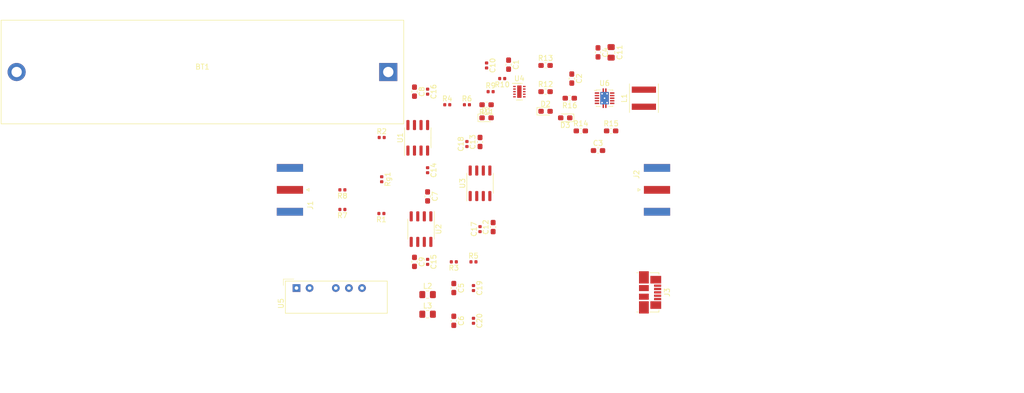
<source format=kicad_pcb>
(kicad_pcb (version 20171130) (host pcbnew "(5.1.2)-2")

  (general
    (thickness 1.6)
    (drawings 0)
    (tracks 2)
    (zones 0)
    (modules 53)
    (nets 46)
  )

  (page A4)
  (layers
    (0 F.Cu signal)
    (1 In1.Cu signal)
    (2 In2.Cu signal)
    (31 B.Cu signal)
    (32 B.Adhes user)
    (33 F.Adhes user)
    (34 B.Paste user)
    (35 F.Paste user)
    (36 B.SilkS user)
    (37 F.SilkS user)
    (38 B.Mask user)
    (39 F.Mask user)
    (40 Dwgs.User user)
    (41 Cmts.User user)
    (42 Eco1.User user)
    (43 Eco2.User user)
    (44 Edge.Cuts user)
    (45 Margin user)
    (46 B.CrtYd user)
    (47 F.CrtYd user)
    (48 B.Fab user)
    (49 F.Fab user)
  )

  (setup
    (last_trace_width 0.25)
    (user_trace_width 0.2921)
    (trace_clearance 0.2)
    (zone_clearance 0.508)
    (zone_45_only no)
    (trace_min 0.2)
    (via_size 0.8)
    (via_drill 0.4)
    (via_min_size 0.4)
    (via_min_drill 0.3)
    (uvia_size 0.3)
    (uvia_drill 0.1)
    (uvias_allowed no)
    (uvia_min_size 0.2)
    (uvia_min_drill 0.1)
    (edge_width 0.05)
    (segment_width 0.2)
    (pcb_text_width 0.3)
    (pcb_text_size 1.5 1.5)
    (mod_edge_width 0.12)
    (mod_text_size 1 1)
    (mod_text_width 0.15)
    (pad_size 1.524 1.524)
    (pad_drill 0.762)
    (pad_to_mask_clearance 0.051)
    (solder_mask_min_width 0.25)
    (aux_axis_origin 0 0)
    (visible_elements 7FFFFBFF)
    (pcbplotparams
      (layerselection 0x010fc_ffffffff)
      (usegerberextensions false)
      (usegerberattributes false)
      (usegerberadvancedattributes false)
      (creategerberjobfile false)
      (excludeedgelayer true)
      (linewidth 0.100000)
      (plotframeref false)
      (viasonmask false)
      (mode 1)
      (useauxorigin false)
      (hpglpennumber 1)
      (hpglpenspeed 20)
      (hpglpendiameter 15.000000)
      (psnegative false)
      (psa4output false)
      (plotreference true)
      (plotvalue true)
      (plotinvisibletext false)
      (padsonsilk false)
      (subtractmaskfromsilk false)
      (outputformat 1)
      (mirror false)
      (drillshape 1)
      (scaleselection 1)
      (outputdirectory ""))
  )

  (net 0 "")
  (net 1 -BATT)
  (net 2 +BATT)
  (net 3 /VBUS)
  (net 4 +5V)
  (net 5 /VDD)
  (net 6 GND)
  (net 7 /VSS)
  (net 8 "Net-(D1-Pad1)")
  (net 9 "Net-(D2-Pad1)")
  (net 10 "Net-(D2-Pad2)")
  (net 11 "Net-(D3-Pad1)")
  (net 12 "Net-(D3-Pad2)")
  (net 13 "Net-(J2-Pad1)")
  (net 14 "Net-(J3-Pad2)")
  (net 15 "Net-(J3-Pad3)")
  (net 16 "Net-(J3-Pad4)")
  (net 17 "Net-(L1-Pad2)")
  (net 18 "Net-(L2-Pad1)")
  (net 19 "Net-(L3-Pad1)")
  (net 20 "Net-(R1-Pad1)")
  (net 21 "Net-(R1-Pad2)")
  (net 22 "Net-(R2-Pad1)")
  (net 23 "Net-(R2-Pad2)")
  (net 24 "Net-(R3-Pad1)")
  (net 25 "Net-(R4-Pad1)")
  (net 26 "Net-(R7-Pad1)")
  (net 27 "Net-(R8-Pad1)")
  (net 28 "Net-(R9-Pad1)")
  (net 29 "Net-(R10-Pad1)")
  (net 30 "Net-(R11-Pad1)")
  (net 31 "Net-(R12-Pad1)")
  (net 32 "Net-(R14-Pad2)")
  (net 33 "Net-(U1-Pad8)")
  (net 34 "Net-(U1-Pad5)")
  (net 35 "Net-(U1-Pad1)")
  (net 36 "Net-(U2-Pad1)")
  (net 37 "Net-(U2-Pad5)")
  (net 38 "Net-(U2-Pad8)")
  (net 39 "Net-(U3-Pad1)")
  (net 40 "Net-(U3-Pad5)")
  (net 41 "Net-(U3-Pad8)")
  (net 42 "Net-(U5-Pad5)")
  (net 43 "Net-(U6-Pad3)")
  (net 44 /input-)
  (net 45 /input+)

  (net_class Default "This is the default net class."
    (clearance 0.2)
    (trace_width 0.25)
    (via_dia 0.8)
    (via_drill 0.4)
    (uvia_dia 0.3)
    (uvia_drill 0.1)
    (add_net +5V)
    (add_net +BATT)
    (add_net -BATT)
    (add_net /VBUS)
    (add_net /VDD)
    (add_net /VSS)
    (add_net /input+)
    (add_net /input-)
    (add_net GND)
    (add_net "Net-(D1-Pad1)")
    (add_net "Net-(D2-Pad1)")
    (add_net "Net-(D2-Pad2)")
    (add_net "Net-(D3-Pad1)")
    (add_net "Net-(D3-Pad2)")
    (add_net "Net-(J2-Pad1)")
    (add_net "Net-(J3-Pad2)")
    (add_net "Net-(J3-Pad3)")
    (add_net "Net-(J3-Pad4)")
    (add_net "Net-(L1-Pad2)")
    (add_net "Net-(L2-Pad1)")
    (add_net "Net-(L3-Pad1)")
    (add_net "Net-(R1-Pad1)")
    (add_net "Net-(R1-Pad2)")
    (add_net "Net-(R10-Pad1)")
    (add_net "Net-(R11-Pad1)")
    (add_net "Net-(R12-Pad1)")
    (add_net "Net-(R14-Pad2)")
    (add_net "Net-(R2-Pad1)")
    (add_net "Net-(R2-Pad2)")
    (add_net "Net-(R3-Pad1)")
    (add_net "Net-(R4-Pad1)")
    (add_net "Net-(R7-Pad1)")
    (add_net "Net-(R8-Pad1)")
    (add_net "Net-(R9-Pad1)")
    (add_net "Net-(U1-Pad1)")
    (add_net "Net-(U1-Pad5)")
    (add_net "Net-(U1-Pad8)")
    (add_net "Net-(U2-Pad1)")
    (add_net "Net-(U2-Pad5)")
    (add_net "Net-(U2-Pad8)")
    (add_net "Net-(U3-Pad1)")
    (add_net "Net-(U3-Pad5)")
    (add_net "Net-(U3-Pad8)")
    (add_net "Net-(U5-Pad5)")
    (add_net "Net-(U6-Pad3)")
  )

  (module Resistor_SMD:R_0603_1608Metric_Pad1.05x0.95mm_HandSolder (layer F.Cu) (tedit 5B301BBD) (tstamp 5D1CBD8F)
    (at 111.76 58.42 180)
    (descr "Resistor SMD 0603 (1608 Metric), square (rectangular) end terminal, IPC_7351 nominal with elongated pad for handsoldering. (Body size source: http://www.tortai-tech.com/upload/download/2011102023233369053.pdf), generated with kicad-footprint-generator")
    (tags "resistor handsolder")
    (path /5D1FFF8B)
    (attr smd)
    (fp_text reference R11 (at 0 -1.43) (layer F.SilkS)
      (effects (font (size 1 1) (thickness 0.15)))
    )
    (fp_text value 1.5k (at 0 1.43) (layer F.Fab)
      (effects (font (size 1 1) (thickness 0.15)))
    )
    (fp_line (start -0.8 0.4) (end -0.8 -0.4) (layer F.Fab) (width 0.1))
    (fp_line (start -0.8 -0.4) (end 0.8 -0.4) (layer F.Fab) (width 0.1))
    (fp_line (start 0.8 -0.4) (end 0.8 0.4) (layer F.Fab) (width 0.1))
    (fp_line (start 0.8 0.4) (end -0.8 0.4) (layer F.Fab) (width 0.1))
    (fp_line (start -0.171267 -0.51) (end 0.171267 -0.51) (layer F.SilkS) (width 0.12))
    (fp_line (start -0.171267 0.51) (end 0.171267 0.51) (layer F.SilkS) (width 0.12))
    (fp_line (start -1.65 0.73) (end -1.65 -0.73) (layer F.CrtYd) (width 0.05))
    (fp_line (start -1.65 -0.73) (end 1.65 -0.73) (layer F.CrtYd) (width 0.05))
    (fp_line (start 1.65 -0.73) (end 1.65 0.73) (layer F.CrtYd) (width 0.05))
    (fp_line (start 1.65 0.73) (end -1.65 0.73) (layer F.CrtYd) (width 0.05))
    (fp_text user %R (at 0 0) (layer F.Fab)
      (effects (font (size 0.4 0.4) (thickness 0.06)))
    )
    (pad 1 smd roundrect (at -0.875 0 180) (size 1.05 0.95) (layers F.Cu F.Paste F.Mask) (roundrect_rratio 0.25)
      (net 30 "Net-(R11-Pad1)"))
    (pad 2 smd roundrect (at 0.875 0 180) (size 1.05 0.95) (layers F.Cu F.Paste F.Mask) (roundrect_rratio 0.25)
      (net 8 "Net-(D1-Pad1)"))
    (model ${KISYS3DMOD}/Resistor_SMD.3dshapes/R_0603_1608Metric.wrl
      (at (xyz 0 0 0))
      (scale (xyz 1 1 1))
      (rotate (xyz 0 0 0))
    )
  )

  (module Resistor_SMD:R_0603_1608Metric_Pad1.05x0.95mm_HandSolder (layer F.Cu) (tedit 5B301BBD) (tstamp 5D1CBD2F)
    (at 123.19 50.8)
    (descr "Resistor SMD 0603 (1608 Metric), square (rectangular) end terminal, IPC_7351 nominal with elongated pad for handsoldering. (Body size source: http://www.tortai-tech.com/upload/download/2011102023233369053.pdf), generated with kicad-footprint-generator")
    (tags "resistor handsolder")
    (path /5D209B21)
    (attr smd)
    (fp_text reference R13 (at 0 -1.43) (layer F.SilkS)
      (effects (font (size 1 1) (thickness 0.15)))
    )
    (fp_text value 1.5k (at 0 1.43) (layer F.Fab)
      (effects (font (size 1 1) (thickness 0.15)))
    )
    (fp_text user %R (at 0 0) (layer F.Fab)
      (effects (font (size 0.4 0.4) (thickness 0.06)))
    )
    (fp_line (start 1.65 0.73) (end -1.65 0.73) (layer F.CrtYd) (width 0.05))
    (fp_line (start 1.65 -0.73) (end 1.65 0.73) (layer F.CrtYd) (width 0.05))
    (fp_line (start -1.65 -0.73) (end 1.65 -0.73) (layer F.CrtYd) (width 0.05))
    (fp_line (start -1.65 0.73) (end -1.65 -0.73) (layer F.CrtYd) (width 0.05))
    (fp_line (start -0.171267 0.51) (end 0.171267 0.51) (layer F.SilkS) (width 0.12))
    (fp_line (start -0.171267 -0.51) (end 0.171267 -0.51) (layer F.SilkS) (width 0.12))
    (fp_line (start 0.8 0.4) (end -0.8 0.4) (layer F.Fab) (width 0.1))
    (fp_line (start 0.8 -0.4) (end 0.8 0.4) (layer F.Fab) (width 0.1))
    (fp_line (start -0.8 -0.4) (end 0.8 -0.4) (layer F.Fab) (width 0.1))
    (fp_line (start -0.8 0.4) (end -0.8 -0.4) (layer F.Fab) (width 0.1))
    (pad 2 smd roundrect (at 0.875 0) (size 1.05 0.95) (layers F.Cu F.Paste F.Mask) (roundrect_rratio 0.25)
      (net 9 "Net-(D2-Pad1)"))
    (pad 1 smd roundrect (at -0.875 0) (size 1.05 0.95) (layers F.Cu F.Paste F.Mask) (roundrect_rratio 0.25)
      (net 2 +BATT))
    (model ${KISYS3DMOD}/Resistor_SMD.3dshapes/R_0603_1608Metric.wrl
      (at (xyz 0 0 0))
      (scale (xyz 1 1 1))
      (rotate (xyz 0 0 0))
    )
  )

  (module Inductor_SMD:L_0805_2012Metric_Pad1.15x1.40mm_HandSolder (layer F.Cu) (tedit 5B36C52B) (tstamp 5D1CB669)
    (at 100.33 95.25)
    (descr "Capacitor SMD 0805 (2012 Metric), square (rectangular) end terminal, IPC_7351 nominal with elongated pad for handsoldering. (Body size source: https://docs.google.com/spreadsheets/d/1BsfQQcO9C6DZCsRaXUlFlo91Tg2WpOkGARC1WS5S8t0/edit?usp=sharing), generated with kicad-footprint-generator")
    (tags "inductor handsolder")
    (path /5D1B3A4C)
    (attr smd)
    (fp_text reference L2 (at 0 -1.65) (layer F.SilkS)
      (effects (font (size 1 1) (thickness 0.15)))
    )
    (fp_text value 150u (at 0 1.65) (layer F.Fab)
      (effects (font (size 1 1) (thickness 0.15)))
    )
    (fp_text user %R (at 0 0) (layer F.Fab)
      (effects (font (size 0.5 0.5) (thickness 0.08)))
    )
    (fp_line (start 1.85 0.95) (end -1.85 0.95) (layer F.CrtYd) (width 0.05))
    (fp_line (start 1.85 -0.95) (end 1.85 0.95) (layer F.CrtYd) (width 0.05))
    (fp_line (start -1.85 -0.95) (end 1.85 -0.95) (layer F.CrtYd) (width 0.05))
    (fp_line (start -1.85 0.95) (end -1.85 -0.95) (layer F.CrtYd) (width 0.05))
    (fp_line (start -0.261252 0.71) (end 0.261252 0.71) (layer F.SilkS) (width 0.12))
    (fp_line (start -0.261252 -0.71) (end 0.261252 -0.71) (layer F.SilkS) (width 0.12))
    (fp_line (start 1 0.6) (end -1 0.6) (layer F.Fab) (width 0.1))
    (fp_line (start 1 -0.6) (end 1 0.6) (layer F.Fab) (width 0.1))
    (fp_line (start -1 -0.6) (end 1 -0.6) (layer F.Fab) (width 0.1))
    (fp_line (start -1 0.6) (end -1 -0.6) (layer F.Fab) (width 0.1))
    (pad 2 smd roundrect (at 1.025 0) (size 1.15 1.4) (layers F.Cu F.Paste F.Mask) (roundrect_rratio 0.217391)
      (net 5 /VDD))
    (pad 1 smd roundrect (at -1.025 0) (size 1.15 1.4) (layers F.Cu F.Paste F.Mask) (roundrect_rratio 0.217391)
      (net 18 "Net-(L2-Pad1)"))
    (model ${KISYS3DMOD}/Inductor_SMD.3dshapes/L_0805_2012Metric.wrl
      (at (xyz 0 0 0))
      (scale (xyz 1 1 1))
      (rotate (xyz 0 0 0))
    )
  )

  (module Inductor_SMD:L_0805_2012Metric_Pad1.15x1.40mm_HandSolder (layer F.Cu) (tedit 5B36C52B) (tstamp 5D1CB639)
    (at 100.33 99.06)
    (descr "Capacitor SMD 0805 (2012 Metric), square (rectangular) end terminal, IPC_7351 nominal with elongated pad for handsoldering. (Body size source: https://docs.google.com/spreadsheets/d/1BsfQQcO9C6DZCsRaXUlFlo91Tg2WpOkGARC1WS5S8t0/edit?usp=sharing), generated with kicad-footprint-generator")
    (tags "inductor handsolder")
    (path /5D1B5C77)
    (attr smd)
    (fp_text reference L3 (at 0 -1.65) (layer F.SilkS)
      (effects (font (size 1 1) (thickness 0.15)))
    )
    (fp_text value 150u (at 0 1.65) (layer F.Fab)
      (effects (font (size 1 1) (thickness 0.15)))
    )
    (fp_line (start -1 0.6) (end -1 -0.6) (layer F.Fab) (width 0.1))
    (fp_line (start -1 -0.6) (end 1 -0.6) (layer F.Fab) (width 0.1))
    (fp_line (start 1 -0.6) (end 1 0.6) (layer F.Fab) (width 0.1))
    (fp_line (start 1 0.6) (end -1 0.6) (layer F.Fab) (width 0.1))
    (fp_line (start -0.261252 -0.71) (end 0.261252 -0.71) (layer F.SilkS) (width 0.12))
    (fp_line (start -0.261252 0.71) (end 0.261252 0.71) (layer F.SilkS) (width 0.12))
    (fp_line (start -1.85 0.95) (end -1.85 -0.95) (layer F.CrtYd) (width 0.05))
    (fp_line (start -1.85 -0.95) (end 1.85 -0.95) (layer F.CrtYd) (width 0.05))
    (fp_line (start 1.85 -0.95) (end 1.85 0.95) (layer F.CrtYd) (width 0.05))
    (fp_line (start 1.85 0.95) (end -1.85 0.95) (layer F.CrtYd) (width 0.05))
    (fp_text user %R (at 0 0) (layer F.Fab)
      (effects (font (size 0.5 0.5) (thickness 0.08)))
    )
    (pad 1 smd roundrect (at -1.025 0) (size 1.15 1.4) (layers F.Cu F.Paste F.Mask) (roundrect_rratio 0.217391)
      (net 19 "Net-(L3-Pad1)"))
    (pad 2 smd roundrect (at 1.025 0) (size 1.15 1.4) (layers F.Cu F.Paste F.Mask) (roundrect_rratio 0.217391)
      (net 7 /VSS))
    (model ${KISYS3DMOD}/Inductor_SMD.3dshapes/L_0805_2012Metric.wrl
      (at (xyz 0 0 0))
      (scale (xyz 1 1 1))
      (rotate (xyz 0 0 0))
    )
  )

  (module Resistor_SMD:R_0402_1005Metric (layer F.Cu) (tedit 5B301BBD) (tstamp 5D1CB58F)
    (at 104.14 58.42)
    (descr "Resistor SMD 0402 (1005 Metric), square (rectangular) end terminal, IPC_7351 nominal, (Body size source: http://www.tortai-tech.com/upload/download/2011102023233369053.pdf), generated with kicad-footprint-generator")
    (tags resistor)
    (path /5D190A6D)
    (attr smd)
    (fp_text reference R4 (at 0 -1.17) (layer F.SilkS)
      (effects (font (size 1 1) (thickness 0.15)))
    )
    (fp_text value R (at 0 1.17) (layer F.Fab)
      (effects (font (size 1 1) (thickness 0.15)))
    )
    (fp_line (start -0.5 0.25) (end -0.5 -0.25) (layer F.Fab) (width 0.1))
    (fp_line (start -0.5 -0.25) (end 0.5 -0.25) (layer F.Fab) (width 0.1))
    (fp_line (start 0.5 -0.25) (end 0.5 0.25) (layer F.Fab) (width 0.1))
    (fp_line (start 0.5 0.25) (end -0.5 0.25) (layer F.Fab) (width 0.1))
    (fp_line (start -0.93 0.47) (end -0.93 -0.47) (layer F.CrtYd) (width 0.05))
    (fp_line (start -0.93 -0.47) (end 0.93 -0.47) (layer F.CrtYd) (width 0.05))
    (fp_line (start 0.93 -0.47) (end 0.93 0.47) (layer F.CrtYd) (width 0.05))
    (fp_line (start 0.93 0.47) (end -0.93 0.47) (layer F.CrtYd) (width 0.05))
    (fp_text user %R (at 0 0) (layer F.Fab)
      (effects (font (size 0.25 0.25) (thickness 0.04)))
    )
    (pad 1 smd roundrect (at -0.485 0) (size 0.59 0.64) (layers F.Cu F.Paste F.Mask) (roundrect_rratio 0.25)
      (net 25 "Net-(R4-Pad1)"))
    (pad 2 smd roundrect (at 0.485 0) (size 0.59 0.64) (layers F.Cu F.Paste F.Mask) (roundrect_rratio 0.25)
      (net 23 "Net-(R2-Pad2)"))
    (model ${KISYS3DMOD}/Resistor_SMD.3dshapes/R_0402_1005Metric.wrl
      (at (xyz 0 0 0))
      (scale (xyz 1 1 1))
      (rotate (xyz 0 0 0))
    )
  )

  (module Resistor_SMD:R_0402_1005Metric (layer F.Cu) (tedit 5B301BBD) (tstamp 5D1CB565)
    (at 109.22 88.9)
    (descr "Resistor SMD 0402 (1005 Metric), square (rectangular) end terminal, IPC_7351 nominal, (Body size source: http://www.tortai-tech.com/upload/download/2011102023233369053.pdf), generated with kicad-footprint-generator")
    (tags resistor)
    (path /5D191987)
    (attr smd)
    (fp_text reference R5 (at 0 -1.17) (layer F.SilkS)
      (effects (font (size 1 1) (thickness 0.15)))
    )
    (fp_text value R (at 0 1.17) (layer F.Fab)
      (effects (font (size 1 1) (thickness 0.15)))
    )
    (fp_text user %R (at 0 0) (layer F.Fab)
      (effects (font (size 0.25 0.25) (thickness 0.04)))
    )
    (fp_line (start 0.93 0.47) (end -0.93 0.47) (layer F.CrtYd) (width 0.05))
    (fp_line (start 0.93 -0.47) (end 0.93 0.47) (layer F.CrtYd) (width 0.05))
    (fp_line (start -0.93 -0.47) (end 0.93 -0.47) (layer F.CrtYd) (width 0.05))
    (fp_line (start -0.93 0.47) (end -0.93 -0.47) (layer F.CrtYd) (width 0.05))
    (fp_line (start 0.5 0.25) (end -0.5 0.25) (layer F.Fab) (width 0.1))
    (fp_line (start 0.5 -0.25) (end 0.5 0.25) (layer F.Fab) (width 0.1))
    (fp_line (start -0.5 -0.25) (end 0.5 -0.25) (layer F.Fab) (width 0.1))
    (fp_line (start -0.5 0.25) (end -0.5 -0.25) (layer F.Fab) (width 0.1))
    (pad 2 smd roundrect (at 0.485 0) (size 0.59 0.64) (layers F.Cu F.Paste F.Mask) (roundrect_rratio 0.25)
      (net 24 "Net-(R3-Pad1)"))
    (pad 1 smd roundrect (at -0.485 0) (size 0.59 0.64) (layers F.Cu F.Paste F.Mask) (roundrect_rratio 0.25)
      (net 6 GND))
    (model ${KISYS3DMOD}/Resistor_SMD.3dshapes/R_0402_1005Metric.wrl
      (at (xyz 0 0 0))
      (scale (xyz 1 1 1))
      (rotate (xyz 0 0 0))
    )
  )

  (module Resistor_SMD:R_0402_1005Metric (layer F.Cu) (tedit 5B301BBD) (tstamp 5D1CBA0C)
    (at 112.545 55.88)
    (descr "Resistor SMD 0402 (1005 Metric), square (rectangular) end terminal, IPC_7351 nominal, (Body size source: http://www.tortai-tech.com/upload/download/2011102023233369053.pdf), generated with kicad-footprint-generator")
    (tags resistor)
    (path /5D1F7B81)
    (attr smd)
    (fp_text reference R9 (at 0 -1.17) (layer F.SilkS)
      (effects (font (size 1 1) (thickness 0.15)))
    )
    (fp_text value 2k (at 0 1.17) (layer F.Fab)
      (effects (font (size 1 1) (thickness 0.15)))
    )
    (fp_line (start -0.5 0.25) (end -0.5 -0.25) (layer F.Fab) (width 0.1))
    (fp_line (start -0.5 -0.25) (end 0.5 -0.25) (layer F.Fab) (width 0.1))
    (fp_line (start 0.5 -0.25) (end 0.5 0.25) (layer F.Fab) (width 0.1))
    (fp_line (start 0.5 0.25) (end -0.5 0.25) (layer F.Fab) (width 0.1))
    (fp_line (start -0.93 0.47) (end -0.93 -0.47) (layer F.CrtYd) (width 0.05))
    (fp_line (start -0.93 -0.47) (end 0.93 -0.47) (layer F.CrtYd) (width 0.05))
    (fp_line (start 0.93 -0.47) (end 0.93 0.47) (layer F.CrtYd) (width 0.05))
    (fp_line (start 0.93 0.47) (end -0.93 0.47) (layer F.CrtYd) (width 0.05))
    (fp_text user %R (at 0 0) (layer F.Fab)
      (effects (font (size 0.25 0.25) (thickness 0.04)))
    )
    (pad 1 smd roundrect (at -0.485 0) (size 0.59 0.64) (layers F.Cu F.Paste F.Mask) (roundrect_rratio 0.25)
      (net 28 "Net-(R9-Pad1)"))
    (pad 2 smd roundrect (at 0.485 0) (size 0.59 0.64) (layers F.Cu F.Paste F.Mask) (roundrect_rratio 0.25)
      (net 1 -BATT))
    (model ${KISYS3DMOD}/Resistor_SMD.3dshapes/R_0402_1005Metric.wrl
      (at (xyz 0 0 0))
      (scale (xyz 1 1 1))
      (rotate (xyz 0 0 0))
    )
  )

  (module Resistor_SMD:R_0402_1005Metric (layer F.Cu) (tedit 5B301BBD) (tstamp 5D1CB511)
    (at 83.82 78.74 180)
    (descr "Resistor SMD 0402 (1005 Metric), square (rectangular) end terminal, IPC_7351 nominal, (Body size source: http://www.tortai-tech.com/upload/download/2011102023233369053.pdf), generated with kicad-footprint-generator")
    (tags resistor)
    (path /5D1A3A01)
    (attr smd)
    (fp_text reference R7 (at 0 -1.17) (layer F.SilkS)
      (effects (font (size 1 1) (thickness 0.15)))
    )
    (fp_text value R (at 0 1.17) (layer F.Fab)
      (effects (font (size 1 1) (thickness 0.15)))
    )
    (fp_line (start -0.5 0.25) (end -0.5 -0.25) (layer F.Fab) (width 0.1))
    (fp_line (start -0.5 -0.25) (end 0.5 -0.25) (layer F.Fab) (width 0.1))
    (fp_line (start 0.5 -0.25) (end 0.5 0.25) (layer F.Fab) (width 0.1))
    (fp_line (start 0.5 0.25) (end -0.5 0.25) (layer F.Fab) (width 0.1))
    (fp_line (start -0.93 0.47) (end -0.93 -0.47) (layer F.CrtYd) (width 0.05))
    (fp_line (start -0.93 -0.47) (end 0.93 -0.47) (layer F.CrtYd) (width 0.05))
    (fp_line (start 0.93 -0.47) (end 0.93 0.47) (layer F.CrtYd) (width 0.05))
    (fp_line (start 0.93 0.47) (end -0.93 0.47) (layer F.CrtYd) (width 0.05))
    (fp_text user %R (at 0 0) (layer F.Fab)
      (effects (font (size 0.25 0.25) (thickness 0.04)))
    )
    (pad 1 smd roundrect (at -0.485 0 180) (size 0.59 0.64) (layers F.Cu F.Paste F.Mask) (roundrect_rratio 0.25)
      (net 26 "Net-(R7-Pad1)"))
    (pad 2 smd roundrect (at 0.485 0 180) (size 0.59 0.64) (layers F.Cu F.Paste F.Mask) (roundrect_rratio 0.25)
      (net 44 /input-))
    (model ${KISYS3DMOD}/Resistor_SMD.3dshapes/R_0402_1005Metric.wrl
      (at (xyz 0 0 0))
      (scale (xyz 1 1 1))
      (rotate (xyz 0 0 0))
    )
  )

  (module Resistor_SMD:R_0603_1608Metric_Pad1.05x0.95mm_HandSolder (layer F.Cu) (tedit 5B301BBD) (tstamp 5D1CBD5F)
    (at 123.19 55.88)
    (descr "Resistor SMD 0603 (1608 Metric), square (rectangular) end terminal, IPC_7351 nominal with elongated pad for handsoldering. (Body size source: http://www.tortai-tech.com/upload/download/2011102023233369053.pdf), generated with kicad-footprint-generator")
    (tags "resistor handsolder")
    (path /5D217466)
    (attr smd)
    (fp_text reference R12 (at 0 -1.43) (layer F.SilkS)
      (effects (font (size 1 1) (thickness 0.15)))
    )
    (fp_text value 10k (at 0 1.43) (layer F.Fab)
      (effects (font (size 1 1) (thickness 0.15)))
    )
    (fp_line (start -0.8 0.4) (end -0.8 -0.4) (layer F.Fab) (width 0.1))
    (fp_line (start -0.8 -0.4) (end 0.8 -0.4) (layer F.Fab) (width 0.1))
    (fp_line (start 0.8 -0.4) (end 0.8 0.4) (layer F.Fab) (width 0.1))
    (fp_line (start 0.8 0.4) (end -0.8 0.4) (layer F.Fab) (width 0.1))
    (fp_line (start -0.171267 -0.51) (end 0.171267 -0.51) (layer F.SilkS) (width 0.12))
    (fp_line (start -0.171267 0.51) (end 0.171267 0.51) (layer F.SilkS) (width 0.12))
    (fp_line (start -1.65 0.73) (end -1.65 -0.73) (layer F.CrtYd) (width 0.05))
    (fp_line (start -1.65 -0.73) (end 1.65 -0.73) (layer F.CrtYd) (width 0.05))
    (fp_line (start 1.65 -0.73) (end 1.65 0.73) (layer F.CrtYd) (width 0.05))
    (fp_line (start 1.65 0.73) (end -1.65 0.73) (layer F.CrtYd) (width 0.05))
    (fp_text user %R (at 0 0) (layer F.Fab)
      (effects (font (size 0.4 0.4) (thickness 0.06)))
    )
    (pad 1 smd roundrect (at -0.875 0) (size 1.05 0.95) (layers F.Cu F.Paste F.Mask) (roundrect_rratio 0.25)
      (net 31 "Net-(R12-Pad1)"))
    (pad 2 smd roundrect (at 0.875 0) (size 1.05 0.95) (layers F.Cu F.Paste F.Mask) (roundrect_rratio 0.25)
      (net 1 -BATT))
    (model ${KISYS3DMOD}/Resistor_SMD.3dshapes/R_0603_1608Metric.wrl
      (at (xyz 0 0 0))
      (scale (xyz 1 1 1))
      (rotate (xyz 0 0 0))
    )
  )

  (module Resistor_SMD:R_0603_1608Metric_Pad1.05x0.95mm_HandSolder (layer F.Cu) (tedit 5B301BBD) (tstamp 5D1CBCFF)
    (at 130.015001 63.5)
    (descr "Resistor SMD 0603 (1608 Metric), square (rectangular) end terminal, IPC_7351 nominal with elongated pad for handsoldering. (Body size source: http://www.tortai-tech.com/upload/download/2011102023233369053.pdf), generated with kicad-footprint-generator")
    (tags "resistor handsolder")
    (path /5D23885D)
    (attr smd)
    (fp_text reference R14 (at 0 -1.43) (layer F.SilkS)
      (effects (font (size 1 1) (thickness 0.15)))
    )
    (fp_text value 8.5k (at 0 1.43) (layer F.Fab)
      (effects (font (size 1 1) (thickness 0.15)))
    )
    (fp_text user %R (at 0 0) (layer F.Fab)
      (effects (font (size 0.4 0.4) (thickness 0.06)))
    )
    (fp_line (start 1.65 0.73) (end -1.65 0.73) (layer F.CrtYd) (width 0.05))
    (fp_line (start 1.65 -0.73) (end 1.65 0.73) (layer F.CrtYd) (width 0.05))
    (fp_line (start -1.65 -0.73) (end 1.65 -0.73) (layer F.CrtYd) (width 0.05))
    (fp_line (start -1.65 0.73) (end -1.65 -0.73) (layer F.CrtYd) (width 0.05))
    (fp_line (start -0.171267 0.51) (end 0.171267 0.51) (layer F.SilkS) (width 0.12))
    (fp_line (start -0.171267 -0.51) (end 0.171267 -0.51) (layer F.SilkS) (width 0.12))
    (fp_line (start 0.8 0.4) (end -0.8 0.4) (layer F.Fab) (width 0.1))
    (fp_line (start 0.8 -0.4) (end 0.8 0.4) (layer F.Fab) (width 0.1))
    (fp_line (start -0.8 -0.4) (end 0.8 -0.4) (layer F.Fab) (width 0.1))
    (fp_line (start -0.8 0.4) (end -0.8 -0.4) (layer F.Fab) (width 0.1))
    (pad 2 smd roundrect (at 0.875 0) (size 1.05 0.95) (layers F.Cu F.Paste F.Mask) (roundrect_rratio 0.25)
      (net 32 "Net-(R14-Pad2)"))
    (pad 1 smd roundrect (at -0.875 0) (size 1.05 0.95) (layers F.Cu F.Paste F.Mask) (roundrect_rratio 0.25)
      (net 2 +BATT))
    (model ${KISYS3DMOD}/Resistor_SMD.3dshapes/R_0603_1608Metric.wrl
      (at (xyz 0 0 0))
      (scale (xyz 1 1 1))
      (rotate (xyz 0 0 0))
    )
  )

  (module Connector_USB:USB_Micro-B_Molex_47346-0001 (layer F.Cu) (tedit 5A1DC0BD) (tstamp 5D1CB6D8)
    (at 143.44 94.82 270)
    (descr "Micro USB B receptable with flange, bottom-mount, SMD, right-angle (http://www.molex.com/pdm_docs/sd/473460001_sd.pdf)")
    (tags "Micro B USB SMD")
    (path /5D1DC028)
    (attr smd)
    (fp_text reference J3 (at 0 -3.3 270) (layer F.SilkS)
      (effects (font (size 1 1) (thickness 0.15)))
    )
    (fp_text value USB_B_Micro (at 0 4.6 270) (layer F.Fab)
      (effects (font (size 1 1) (thickness 0.15)))
    )
    (fp_text user "PCB Edge" (at 0 2.67 270) (layer Dwgs.User)
      (effects (font (size 0.4 0.4) (thickness 0.04)))
    )
    (fp_text user %R (at 0 1.2 90) (layer F.Fab)
      (effects (font (size 1 1) (thickness 0.15)))
    )
    (fp_line (start 3.81 -1.71) (end 3.43 -1.71) (layer F.SilkS) (width 0.12))
    (fp_line (start 4.6 3.9) (end -4.6 3.9) (layer F.CrtYd) (width 0.05))
    (fp_line (start 4.6 -2.7) (end 4.6 3.9) (layer F.CrtYd) (width 0.05))
    (fp_line (start -4.6 -2.7) (end 4.6 -2.7) (layer F.CrtYd) (width 0.05))
    (fp_line (start -4.6 3.9) (end -4.6 -2.7) (layer F.CrtYd) (width 0.05))
    (fp_line (start 3.75 3.35) (end -3.75 3.35) (layer F.Fab) (width 0.1))
    (fp_line (start 3.75 -1.65) (end 3.75 3.35) (layer F.Fab) (width 0.1))
    (fp_line (start -3.75 -1.65) (end 3.75 -1.65) (layer F.Fab) (width 0.1))
    (fp_line (start -3.75 3.35) (end -3.75 -1.65) (layer F.Fab) (width 0.1))
    (fp_line (start 3.81 2.34) (end 3.81 2.6) (layer F.SilkS) (width 0.12))
    (fp_line (start 3.81 -1.71) (end 3.81 0.06) (layer F.SilkS) (width 0.12))
    (fp_line (start -3.81 -1.71) (end -3.43 -1.71) (layer F.SilkS) (width 0.12))
    (fp_line (start -3.81 0.06) (end -3.81 -1.71) (layer F.SilkS) (width 0.12))
    (fp_line (start -3.81 2.6) (end -3.81 2.34) (layer F.SilkS) (width 0.12))
    (fp_line (start -3.25 2.65) (end 3.25 2.65) (layer F.Fab) (width 0.1))
    (pad 1 smd rect (at -1.3 -1.46 270) (size 0.45 1.38) (layers F.Cu F.Paste F.Mask)
      (net 3 /VBUS))
    (pad 2 smd rect (at -0.65 -1.46 270) (size 0.45 1.38) (layers F.Cu F.Paste F.Mask)
      (net 14 "Net-(J3-Pad2)"))
    (pad 3 smd rect (at 0 -1.46 270) (size 0.45 1.38) (layers F.Cu F.Paste F.Mask)
      (net 15 "Net-(J3-Pad3)"))
    (pad 4 smd rect (at 0.65 -1.46 270) (size 0.45 1.38) (layers F.Cu F.Paste F.Mask)
      (net 16 "Net-(J3-Pad4)"))
    (pad 5 smd rect (at 1.3 -1.46 270) (size 0.45 1.38) (layers F.Cu F.Paste F.Mask)
      (net 1 -BATT))
    (pad 6 smd rect (at -2.4625 -1.1 270) (size 1.475 2.1) (layers F.Cu F.Paste F.Mask)
      (net 1 -BATT))
    (pad 6 smd rect (at 2.4625 -1.1 270) (size 1.475 2.1) (layers F.Cu F.Paste F.Mask)
      (net 1 -BATT))
    (pad 6 smd rect (at -2.91 1.2 270) (size 2.375 1.9) (layers F.Cu F.Paste F.Mask)
      (net 1 -BATT))
    (pad 6 smd rect (at 2.91 1.2 270) (size 2.375 1.9) (layers F.Cu F.Paste F.Mask)
      (net 1 -BATT))
    (pad 6 smd rect (at -0.84 1.2 270) (size 1.175 1.9) (layers F.Cu F.Paste F.Mask)
      (net 1 -BATT))
    (pad 6 smd rect (at 0.84 1.2 270) (size 1.175 1.9) (layers F.Cu F.Paste F.Mask)
      (net 1 -BATT))
    (model ${KISYS3DMOD}/Connector_USB.3dshapes/USB_Micro-B_Molex_47346-0001.wrl
      (at (xyz 0 0 0))
      (scale (xyz 1 1 1))
      (rotate (xyz 0 0 0))
    )
  )

  (module Resistor_SMD:R_0402_1005Metric (layer F.Cu) (tedit 5B301BBD) (tstamp 5D1CB60D)
    (at 91.380001 79.525 180)
    (descr "Resistor SMD 0402 (1005 Metric), square (rectangular) end terminal, IPC_7351 nominal, (Body size source: http://www.tortai-tech.com/upload/download/2011102023233369053.pdf), generated with kicad-footprint-generator")
    (tags resistor)
    (path /5D197048)
    (attr smd)
    (fp_text reference R1 (at 0 -1.17) (layer F.SilkS)
      (effects (font (size 1 1) (thickness 0.15)))
    )
    (fp_text value R (at 0 1.17) (layer F.Fab)
      (effects (font (size 1 1) (thickness 0.15)))
    )
    (fp_line (start -0.5 0.25) (end -0.5 -0.25) (layer F.Fab) (width 0.1))
    (fp_line (start -0.5 -0.25) (end 0.5 -0.25) (layer F.Fab) (width 0.1))
    (fp_line (start 0.5 -0.25) (end 0.5 0.25) (layer F.Fab) (width 0.1))
    (fp_line (start 0.5 0.25) (end -0.5 0.25) (layer F.Fab) (width 0.1))
    (fp_line (start -0.93 0.47) (end -0.93 -0.47) (layer F.CrtYd) (width 0.05))
    (fp_line (start -0.93 -0.47) (end 0.93 -0.47) (layer F.CrtYd) (width 0.05))
    (fp_line (start 0.93 -0.47) (end 0.93 0.47) (layer F.CrtYd) (width 0.05))
    (fp_line (start 0.93 0.47) (end -0.93 0.47) (layer F.CrtYd) (width 0.05))
    (fp_text user %R (at 0 0) (layer F.Fab)
      (effects (font (size 0.25 0.25) (thickness 0.04)))
    )
    (pad 1 smd roundrect (at -0.485 0 180) (size 0.59 0.64) (layers F.Cu F.Paste F.Mask) (roundrect_rratio 0.25)
      (net 20 "Net-(R1-Pad1)"))
    (pad 2 smd roundrect (at 0.485 0 180) (size 0.59 0.64) (layers F.Cu F.Paste F.Mask) (roundrect_rratio 0.25)
      (net 21 "Net-(R1-Pad2)"))
    (model ${KISYS3DMOD}/Resistor_SMD.3dshapes/R_0402_1005Metric.wrl
      (at (xyz 0 0 0))
      (scale (xyz 1 1 1))
      (rotate (xyz 0 0 0))
    )
  )

  (module Resistor_SMD:R_0402_1005Metric (layer F.Cu) (tedit 5B301BBD) (tstamp 5D1CB5E3)
    (at 91.44 64.77)
    (descr "Resistor SMD 0402 (1005 Metric), square (rectangular) end terminal, IPC_7351 nominal, (Body size source: http://www.tortai-tech.com/upload/download/2011102023233369053.pdf), generated with kicad-footprint-generator")
    (tags resistor)
    (path /5D194D77)
    (attr smd)
    (fp_text reference R2 (at 0 -1.17) (layer F.SilkS)
      (effects (font (size 1 1) (thickness 0.15)))
    )
    (fp_text value R (at 0 1.17) (layer F.Fab)
      (effects (font (size 1 1) (thickness 0.15)))
    )
    (fp_line (start -0.5 0.25) (end -0.5 -0.25) (layer F.Fab) (width 0.1))
    (fp_line (start -0.5 -0.25) (end 0.5 -0.25) (layer F.Fab) (width 0.1))
    (fp_line (start 0.5 -0.25) (end 0.5 0.25) (layer F.Fab) (width 0.1))
    (fp_line (start 0.5 0.25) (end -0.5 0.25) (layer F.Fab) (width 0.1))
    (fp_line (start -0.93 0.47) (end -0.93 -0.47) (layer F.CrtYd) (width 0.05))
    (fp_line (start -0.93 -0.47) (end 0.93 -0.47) (layer F.CrtYd) (width 0.05))
    (fp_line (start 0.93 -0.47) (end 0.93 0.47) (layer F.CrtYd) (width 0.05))
    (fp_line (start 0.93 0.47) (end -0.93 0.47) (layer F.CrtYd) (width 0.05))
    (fp_text user %R (at 0 0) (layer F.Fab)
      (effects (font (size 0.25 0.25) (thickness 0.04)))
    )
    (pad 1 smd roundrect (at -0.485 0) (size 0.59 0.64) (layers F.Cu F.Paste F.Mask) (roundrect_rratio 0.25)
      (net 22 "Net-(R2-Pad1)"))
    (pad 2 smd roundrect (at 0.485 0) (size 0.59 0.64) (layers F.Cu F.Paste F.Mask) (roundrect_rratio 0.25)
      (net 23 "Net-(R2-Pad2)"))
    (model ${KISYS3DMOD}/Resistor_SMD.3dshapes/R_0402_1005Metric.wrl
      (at (xyz 0 0 0))
      (scale (xyz 1 1 1))
      (rotate (xyz 0 0 0))
    )
  )

  (module Resistor_SMD:R_0402_1005Metric (layer F.Cu) (tedit 5B301BBD) (tstamp 5D1CBA36)
    (at 83.82 74.93 180)
    (descr "Resistor SMD 0402 (1005 Metric), square (rectangular) end terminal, IPC_7351 nominal, (Body size source: http://www.tortai-tech.com/upload/download/2011102023233369053.pdf), generated with kicad-footprint-generator")
    (tags resistor)
    (path /5D1A31A1)
    (attr smd)
    (fp_text reference R8 (at 0 -1.17) (layer F.SilkS)
      (effects (font (size 1 1) (thickness 0.15)))
    )
    (fp_text value R (at 0 1.17) (layer F.Fab)
      (effects (font (size 1 1) (thickness 0.15)))
    )
    (fp_text user %R (at 0 0) (layer F.Fab)
      (effects (font (size 0.25 0.25) (thickness 0.04)))
    )
    (fp_line (start 0.93 0.47) (end -0.93 0.47) (layer F.CrtYd) (width 0.05))
    (fp_line (start 0.93 -0.47) (end 0.93 0.47) (layer F.CrtYd) (width 0.05))
    (fp_line (start -0.93 -0.47) (end 0.93 -0.47) (layer F.CrtYd) (width 0.05))
    (fp_line (start -0.93 0.47) (end -0.93 -0.47) (layer F.CrtYd) (width 0.05))
    (fp_line (start 0.5 0.25) (end -0.5 0.25) (layer F.Fab) (width 0.1))
    (fp_line (start 0.5 -0.25) (end 0.5 0.25) (layer F.Fab) (width 0.1))
    (fp_line (start -0.5 -0.25) (end 0.5 -0.25) (layer F.Fab) (width 0.1))
    (fp_line (start -0.5 0.25) (end -0.5 -0.25) (layer F.Fab) (width 0.1))
    (pad 2 smd roundrect (at 0.485 0 180) (size 0.59 0.64) (layers F.Cu F.Paste F.Mask) (roundrect_rratio 0.25)
      (net 45 /input+))
    (pad 1 smd roundrect (at -0.485 0 180) (size 0.59 0.64) (layers F.Cu F.Paste F.Mask) (roundrect_rratio 0.25)
      (net 27 "Net-(R8-Pad1)"))
    (model ${KISYS3DMOD}/Resistor_SMD.3dshapes/R_0402_1005Metric.wrl
      (at (xyz 0 0 0))
      (scale (xyz 1 1 1))
      (rotate (xyz 0 0 0))
    )
  )

  (module Resistor_SMD:R_0402_1005Metric (layer F.Cu) (tedit 5B301BBD) (tstamp 5D1CB5B9)
    (at 105.41 88.9 180)
    (descr "Resistor SMD 0402 (1005 Metric), square (rectangular) end terminal, IPC_7351 nominal, (Body size source: http://www.tortai-tech.com/upload/download/2011102023233369053.pdf), generated with kicad-footprint-generator")
    (tags resistor)
    (path /5D19128C)
    (attr smd)
    (fp_text reference R3 (at 0 -1.17) (layer F.SilkS)
      (effects (font (size 1 1) (thickness 0.15)))
    )
    (fp_text value R (at 0 1.17) (layer F.Fab)
      (effects (font (size 1 1) (thickness 0.15)))
    )
    (fp_text user %R (at 0 0) (layer F.Fab)
      (effects (font (size 0.25 0.25) (thickness 0.04)))
    )
    (fp_line (start 0.93 0.47) (end -0.93 0.47) (layer F.CrtYd) (width 0.05))
    (fp_line (start 0.93 -0.47) (end 0.93 0.47) (layer F.CrtYd) (width 0.05))
    (fp_line (start -0.93 -0.47) (end 0.93 -0.47) (layer F.CrtYd) (width 0.05))
    (fp_line (start -0.93 0.47) (end -0.93 -0.47) (layer F.CrtYd) (width 0.05))
    (fp_line (start 0.5 0.25) (end -0.5 0.25) (layer F.Fab) (width 0.1))
    (fp_line (start 0.5 -0.25) (end 0.5 0.25) (layer F.Fab) (width 0.1))
    (fp_line (start -0.5 -0.25) (end 0.5 -0.25) (layer F.Fab) (width 0.1))
    (fp_line (start -0.5 0.25) (end -0.5 -0.25) (layer F.Fab) (width 0.1))
    (pad 2 smd roundrect (at 0.485 0 180) (size 0.59 0.64) (layers F.Cu F.Paste F.Mask) (roundrect_rratio 0.25)
      (net 20 "Net-(R1-Pad1)"))
    (pad 1 smd roundrect (at -0.485 0 180) (size 0.59 0.64) (layers F.Cu F.Paste F.Mask) (roundrect_rratio 0.25)
      (net 24 "Net-(R3-Pad1)"))
    (model ${KISYS3DMOD}/Resistor_SMD.3dshapes/R_0402_1005Metric.wrl
      (at (xyz 0 0 0))
      (scale (xyz 1 1 1))
      (rotate (xyz 0 0 0))
    )
  )

  (module Resistor_SMD:R_0402_1005Metric (layer F.Cu) (tedit 5B301BBD) (tstamp 5D1CB53B)
    (at 107.95 58.42)
    (descr "Resistor SMD 0402 (1005 Metric), square (rectangular) end terminal, IPC_7351 nominal, (Body size source: http://www.tortai-tech.com/upload/download/2011102023233369053.pdf), generated with kicad-footprint-generator")
    (tags resistor)
    (path /5D19152E)
    (attr smd)
    (fp_text reference R6 (at 0 -1.17) (layer F.SilkS)
      (effects (font (size 1 1) (thickness 0.15)))
    )
    (fp_text value R (at 0 1.17) (layer F.Fab)
      (effects (font (size 1 1) (thickness 0.15)))
    )
    (fp_line (start -0.5 0.25) (end -0.5 -0.25) (layer F.Fab) (width 0.1))
    (fp_line (start -0.5 -0.25) (end 0.5 -0.25) (layer F.Fab) (width 0.1))
    (fp_line (start 0.5 -0.25) (end 0.5 0.25) (layer F.Fab) (width 0.1))
    (fp_line (start 0.5 0.25) (end -0.5 0.25) (layer F.Fab) (width 0.1))
    (fp_line (start -0.93 0.47) (end -0.93 -0.47) (layer F.CrtYd) (width 0.05))
    (fp_line (start -0.93 -0.47) (end 0.93 -0.47) (layer F.CrtYd) (width 0.05))
    (fp_line (start 0.93 -0.47) (end 0.93 0.47) (layer F.CrtYd) (width 0.05))
    (fp_line (start 0.93 0.47) (end -0.93 0.47) (layer F.CrtYd) (width 0.05))
    (fp_text user %R (at 0 0) (layer F.Fab)
      (effects (font (size 0.25 0.25) (thickness 0.04)))
    )
    (pad 1 smd roundrect (at -0.485 0) (size 0.59 0.64) (layers F.Cu F.Paste F.Mask) (roundrect_rratio 0.25)
      (net 13 "Net-(J2-Pad1)"))
    (pad 2 smd roundrect (at 0.485 0) (size 0.59 0.64) (layers F.Cu F.Paste F.Mask) (roundrect_rratio 0.25)
      (net 25 "Net-(R4-Pad1)"))
    (model ${KISYS3DMOD}/Resistor_SMD.3dshapes/R_0402_1005Metric.wrl
      (at (xyz 0 0 0))
      (scale (xyz 1 1 1))
      (rotate (xyz 0 0 0))
    )
  )

  (module Resistor_SMD:R_0402_1005Metric (layer F.Cu) (tedit 5B301BBD) (tstamp 5D1CBDBD)
    (at 114.785 53.34 180)
    (descr "Resistor SMD 0402 (1005 Metric), square (rectangular) end terminal, IPC_7351 nominal, (Body size source: http://www.tortai-tech.com/upload/download/2011102023233369053.pdf), generated with kicad-footprint-generator")
    (tags resistor)
    (path /5D1FBCB8)
    (attr smd)
    (fp_text reference R10 (at 0 -1.17) (layer F.SilkS)
      (effects (font (size 1 1) (thickness 0.15)))
    )
    (fp_text value 1k (at 0 1.17) (layer F.Fab)
      (effects (font (size 1 1) (thickness 0.15)))
    )
    (fp_text user %R (at 0 0) (layer F.Fab)
      (effects (font (size 0.25 0.25) (thickness 0.04)))
    )
    (fp_line (start 0.93 0.47) (end -0.93 0.47) (layer F.CrtYd) (width 0.05))
    (fp_line (start 0.93 -0.47) (end 0.93 0.47) (layer F.CrtYd) (width 0.05))
    (fp_line (start -0.93 -0.47) (end 0.93 -0.47) (layer F.CrtYd) (width 0.05))
    (fp_line (start -0.93 0.47) (end -0.93 -0.47) (layer F.CrtYd) (width 0.05))
    (fp_line (start 0.5 0.25) (end -0.5 0.25) (layer F.Fab) (width 0.1))
    (fp_line (start 0.5 -0.25) (end 0.5 0.25) (layer F.Fab) (width 0.1))
    (fp_line (start -0.5 -0.25) (end 0.5 -0.25) (layer F.Fab) (width 0.1))
    (fp_line (start -0.5 0.25) (end -0.5 -0.25) (layer F.Fab) (width 0.1))
    (pad 2 smd roundrect (at 0.485 0 180) (size 0.59 0.64) (layers F.Cu F.Paste F.Mask) (roundrect_rratio 0.25)
      (net 1 -BATT))
    (pad 1 smd roundrect (at -0.485 0 180) (size 0.59 0.64) (layers F.Cu F.Paste F.Mask) (roundrect_rratio 0.25)
      (net 29 "Net-(R10-Pad1)"))
    (model ${KISYS3DMOD}/Resistor_SMD.3dshapes/R_0402_1005Metric.wrl
      (at (xyz 0 0 0))
      (scale (xyz 1 1 1))
      (rotate (xyz 0 0 0))
    )
  )

  (module Inductor_SMD:L_Coilcraft_XAL5030 (layer F.Cu) (tedit 5990349C) (tstamp 5D1CB699)
    (at 142.24 57.15 90)
    (descr L_Coilcraft_XAL5030)
    (tags "L Coilcraft XAL5030")
    (path /5D22D5CF)
    (attr smd)
    (fp_text reference L1 (at 0 -3.81 90) (layer F.SilkS)
      (effects (font (size 1 1) (thickness 0.15)))
    )
    (fp_text value 6.8uH (at 0 4.572 90) (layer F.Fab)
      (effects (font (size 1 1) (thickness 0.15)))
    )
    (fp_text user %R (at 0 0 90) (layer F.Fab)
      (effects (font (size 1 1) (thickness 0.15)))
    )
    (fp_line (start 2.794 2.794) (end -2.794 2.794) (layer F.SilkS) (width 0.12))
    (fp_line (start -2.794 -2.794) (end 2.794 -2.794) (layer F.SilkS) (width 0.12))
    (fp_line (start -2.9 2.9) (end -2.9 -2.9) (layer F.CrtYd) (width 0.05))
    (fp_line (start 2.9 2.9) (end -2.9 2.9) (layer F.CrtYd) (width 0.05))
    (fp_line (start 2.9 -2.9) (end 2.9 2.9) (layer F.CrtYd) (width 0.05))
    (fp_line (start -2.9 -2.9) (end 2.9 -2.9) (layer F.CrtYd) (width 0.05))
    (fp_line (start -2.64 2.64) (end -2.64 -2.64) (layer F.Fab) (width 0.1))
    (fp_line (start 2.64 2.64) (end -2.64 2.64) (layer F.Fab) (width 0.1))
    (fp_line (start 2.64 -2.64) (end 2.64 2.64) (layer F.Fab) (width 0.1))
    (fp_line (start -2.64 -2.64) (end 2.64 -2.64) (layer F.Fab) (width 0.1))
    (pad 1 smd rect (at -1.655 0 90) (size 1.2 4.7) (layers F.Cu F.Paste F.Mask)
      (net 2 +BATT))
    (pad 2 smd rect (at 1.655 0 90) (size 1.2 4.7) (layers F.Cu F.Paste F.Mask)
      (net 17 "Net-(L1-Pad2)"))
    (model ${KISYS3DMOD}/Inductor_SMD.3dshapes/L_Coilcraft_XAL5030.wrl
      (at (xyz 0 0 0))
      (scale (xyz 1 1 1))
      (rotate (xyz 0 0 0))
    )
  )

  (module Resistor_SMD:R_0603_1608Metric_Pad1.05x0.95mm_HandSolder (layer F.Cu) (tedit 5B301BBD) (tstamp 5D2BD3EA)
    (at 135.89 63.5)
    (descr "Resistor SMD 0603 (1608 Metric), square (rectangular) end terminal, IPC_7351 nominal with elongated pad for handsoldering. (Body size source: http://www.tortai-tech.com/upload/download/2011102023233369053.pdf), generated with kicad-footprint-generator")
    (tags "resistor handsolder")
    (path /5D238E19)
    (attr smd)
    (fp_text reference R15 (at 0 -1.43) (layer F.SilkS)
      (effects (font (size 1 1) (thickness 0.15)))
    )
    (fp_text value 1.5k (at 0 1.43) (layer F.Fab)
      (effects (font (size 1 1) (thickness 0.15)))
    )
    (fp_text user %R (at 0 0) (layer F.Fab)
      (effects (font (size 0.4 0.4) (thickness 0.06)))
    )
    (fp_line (start 1.65 0.73) (end -1.65 0.73) (layer F.CrtYd) (width 0.05))
    (fp_line (start 1.65 -0.73) (end 1.65 0.73) (layer F.CrtYd) (width 0.05))
    (fp_line (start -1.65 -0.73) (end 1.65 -0.73) (layer F.CrtYd) (width 0.05))
    (fp_line (start -1.65 0.73) (end -1.65 -0.73) (layer F.CrtYd) (width 0.05))
    (fp_line (start -0.171267 0.51) (end 0.171267 0.51) (layer F.SilkS) (width 0.12))
    (fp_line (start -0.171267 -0.51) (end 0.171267 -0.51) (layer F.SilkS) (width 0.12))
    (fp_line (start 0.8 0.4) (end -0.8 0.4) (layer F.Fab) (width 0.1))
    (fp_line (start 0.8 -0.4) (end 0.8 0.4) (layer F.Fab) (width 0.1))
    (fp_line (start -0.8 -0.4) (end 0.8 -0.4) (layer F.Fab) (width 0.1))
    (fp_line (start -0.8 0.4) (end -0.8 -0.4) (layer F.Fab) (width 0.1))
    (pad 2 smd roundrect (at 0.875 0) (size 1.05 0.95) (layers F.Cu F.Paste F.Mask) (roundrect_rratio 0.25)
      (net 1 -BATT))
    (pad 1 smd roundrect (at -0.875 0) (size 1.05 0.95) (layers F.Cu F.Paste F.Mask) (roundrect_rratio 0.25)
      (net 32 "Net-(R14-Pad2)"))
    (model ${KISYS3DMOD}/Resistor_SMD.3dshapes/R_0603_1608Metric.wrl
      (at (xyz 0 0 0))
      (scale (xyz 1 1 1))
      (rotate (xyz 0 0 0))
    )
  )

  (module Resistor_SMD:R_0402_1005Metric (layer F.Cu) (tedit 5B301BBD) (tstamp 5D1CBC73)
    (at 91.44 72.875 270)
    (descr "Resistor SMD 0402 (1005 Metric), square (rectangular) end terminal, IPC_7351 nominal, (Body size source: http://www.tortai-tech.com/upload/download/2011102023233369053.pdf), generated with kicad-footprint-generator")
    (tags resistor)
    (path /5D196A8A)
    (attr smd)
    (fp_text reference Rg1 (at 0 -1.17 90) (layer F.SilkS)
      (effects (font (size 1 1) (thickness 0.15)))
    )
    (fp_text value R (at 0 1.17 90) (layer F.Fab)
      (effects (font (size 1 1) (thickness 0.15)))
    )
    (fp_text user %R (at 0 0 270) (layer F.Fab)
      (effects (font (size 0.25 0.25) (thickness 0.04)))
    )
    (fp_line (start 0.93 0.47) (end -0.93 0.47) (layer F.CrtYd) (width 0.05))
    (fp_line (start 0.93 -0.47) (end 0.93 0.47) (layer F.CrtYd) (width 0.05))
    (fp_line (start -0.93 -0.47) (end 0.93 -0.47) (layer F.CrtYd) (width 0.05))
    (fp_line (start -0.93 0.47) (end -0.93 -0.47) (layer F.CrtYd) (width 0.05))
    (fp_line (start 0.5 0.25) (end -0.5 0.25) (layer F.Fab) (width 0.1))
    (fp_line (start 0.5 -0.25) (end 0.5 0.25) (layer F.Fab) (width 0.1))
    (fp_line (start -0.5 -0.25) (end 0.5 -0.25) (layer F.Fab) (width 0.1))
    (fp_line (start -0.5 0.25) (end -0.5 -0.25) (layer F.Fab) (width 0.1))
    (pad 2 smd roundrect (at 0.485 0 270) (size 0.59 0.64) (layers F.Cu F.Paste F.Mask) (roundrect_rratio 0.25)
      (net 22 "Net-(R2-Pad1)"))
    (pad 1 smd roundrect (at -0.485 0 270) (size 0.59 0.64) (layers F.Cu F.Paste F.Mask) (roundrect_rratio 0.25)
      (net 21 "Net-(R1-Pad2)"))
    (model ${KISYS3DMOD}/Resistor_SMD.3dshapes/R_0402_1005Metric.wrl
      (at (xyz 0 0 0))
      (scale (xyz 1 1 1))
      (rotate (xyz 0 0 0))
    )
  )

  (module Package_SON:VSON-10-1EP_3x3mm_P0.5mm_EP1.65x2.4mm_ThermalVias (layer F.Cu) (tedit 5A65F0B8) (tstamp 5D249A61)
    (at 134.62 57.15)
    (descr "VSON 10 Thermal on 11 3x3mm Pitch 0.5mm http://chip.tomsk.ru/chip/chipdoc.nsf/Package/D8A64DD165C2AAD9472579400024FC41!OpenDocument")
    (tags "VSON 10 Thermal on 11 3x3mm Pitch 0.5mm")
    (path /5D1D8B4F)
    (attr smd)
    (fp_text reference U6 (at 0 -2.9) (layer F.SilkS)
      (effects (font (size 1 1) (thickness 0.15)))
    )
    (fp_text value TPS61027 (at 0 3) (layer F.Fab)
      (effects (font (size 1 1) (thickness 0.15)))
    )
    (fp_text user %R (at 0 0) (layer F.Fab)
      (effects (font (size 0.8 0.8) (thickness 0.1)))
    )
    (fp_line (start -1.5 -0.5) (end -0.5 -1.5) (layer F.Fab) (width 0.1))
    (fp_line (start -1.6 -1.5) (end -2 -1.5) (layer F.SilkS) (width 0.12))
    (fp_line (start -2.15 2.15) (end -2.15 -2.15) (layer F.CrtYd) (width 0.05))
    (fp_line (start 2.15 2.15) (end -2.15 2.15) (layer F.CrtYd) (width 0.05))
    (fp_line (start 2.15 -2.15) (end 2.15 2.15) (layer F.CrtYd) (width 0.05))
    (fp_line (start -2.15 -2.15) (end 2.15 -2.15) (layer F.CrtYd) (width 0.05))
    (fp_line (start 1.6 1.6) (end 1.6 1.5) (layer F.SilkS) (width 0.12))
    (fp_line (start 0.8 1.6) (end 1.6 1.6) (layer F.SilkS) (width 0.12))
    (fp_line (start -1.6 1.6) (end -0.8 1.6) (layer F.SilkS) (width 0.12))
    (fp_line (start -1.6 1.5) (end -1.6 1.6) (layer F.SilkS) (width 0.12))
    (fp_line (start 1.6 -1.6) (end 1.6 -1.5) (layer F.SilkS) (width 0.12))
    (fp_line (start 0.8 -1.6) (end 1.6 -1.6) (layer F.SilkS) (width 0.12))
    (fp_line (start -1.6 -1.6) (end -1.6 -1.5) (layer F.SilkS) (width 0.12))
    (fp_line (start -0.8 -1.6) (end -1.6 -1.6) (layer F.SilkS) (width 0.12))
    (fp_line (start -1.5 1.5) (end 1.5 1.5) (layer F.Fab) (width 0.1))
    (fp_line (start -1.5 -0.5) (end -1.5 1.5) (layer F.Fab) (width 0.1))
    (fp_line (start 1.5 -1.5) (end 1.5 1.5) (layer F.Fab) (width 0.1))
    (fp_line (start -0.5 -1.5) (end 1.5 -1.5) (layer F.Fab) (width 0.1))
    (pad 1 smd rect (at -1.475 -1) (size 0.85 0.28) (layers F.Cu F.Paste F.Mask)
      (net 2 +BATT))
    (pad 2 smd rect (at -1.475 -0.5) (size 0.85 0.28) (layers F.Cu F.Paste F.Mask)
      (net 4 +5V))
    (pad 3 smd rect (at -1.475 0) (size 0.85 0.28) (layers F.Cu F.Paste F.Mask)
      (net 43 "Net-(U6-Pad3)"))
    (pad 4 smd rect (at -1.475 0.5) (size 0.85 0.28) (layers F.Cu F.Paste F.Mask)
      (net 11 "Net-(D3-Pad1)"))
    (pad 5 smd rect (at -1.475 1) (size 0.85 0.28) (layers F.Cu F.Paste F.Mask)
      (net 1 -BATT))
    (pad 6 smd rect (at 1.475 1) (size 0.85 0.28) (layers F.Cu F.Paste F.Mask)
      (net 2 +BATT))
    (pad 7 smd rect (at 1.475 0.5) (size 0.85 0.28) (layers F.Cu F.Paste F.Mask)
      (net 32 "Net-(R14-Pad2)"))
    (pad 8 smd rect (at 1.475 0) (size 0.85 0.28) (layers F.Cu F.Paste F.Mask)
      (net 1 -BATT))
    (pad 9 smd rect (at 1.475 -0.5) (size 0.85 0.28) (layers F.Cu F.Paste F.Mask)
      (net 17 "Net-(L1-Pad2)"))
    (pad 10 smd rect (at 1.475 -1) (size 0.85 0.28) (layers F.Cu F.Paste F.Mask)
      (net 1 -BATT))
    (pad 11 smd rect (at 0 0) (size 1.65 2.4) (layers F.Cu F.Mask))
    (pad "" smd rect (at 0.48 0.86) (size 0.64 0.64) (layers F.Paste))
    (pad 11 smd rect (at -0.25 -1.55) (size 0.28 0.7) (layers F.Cu F.Paste F.Mask))
    (pad 11 smd rect (at -0.25 1.55) (size 0.28 0.7) (layers F.Cu F.Paste F.Mask))
    (pad 11 smd rect (at 0.25 -1.55) (size 0.28 0.7) (layers F.Cu F.Paste F.Mask))
    (pad 11 smd rect (at 0.25 1.55) (size 0.28 0.7) (layers F.Cu F.Paste F.Mask))
    (pad "" smd rect (at -0.48 0.86) (size 0.64 0.64) (layers F.Paste))
    (pad "" smd rect (at -0.48 0) (size 0.64 0.64) (layers F.Paste))
    (pad "" smd rect (at 0.48 0) (size 0.64 0.64) (layers F.Paste))
    (pad "" smd rect (at -0.48 -0.86) (size 0.64 0.64) (layers F.Paste))
    (pad "" smd rect (at 0.48 -0.86) (size 0.64 0.64) (layers F.Paste))
    (pad 11 thru_hole circle (at -0.48 -0.86) (size 0.6 0.6) (drill 0.3) (layers *.Cu))
    (pad 11 thru_hole circle (at -0.48 0.86) (size 0.6 0.6) (drill 0.3) (layers *.Cu))
    (pad 11 thru_hole circle (at 0.48 -0.86) (size 0.6 0.6) (drill 0.3) (layers *.Cu))
    (pad 11 thru_hole circle (at 0.48 0.86) (size 0.6 0.6) (drill 0.3) (layers *.Cu))
    (pad 11 thru_hole circle (at 0 0) (size 0.6 0.6) (drill 0.3) (layers *.Cu))
    (pad 11 smd rect (at 0 0) (size 1.65 2.4) (layers B.Cu))
    (model ${KISYS3DMOD}/Package_SON.3dshapes/VSON-10-1EP_3x3mm_P0.5mm_EP1.65x2.4mm.wrl
      (at (xyz 0 0 0))
      (scale (xyz 1 1 1))
      (rotate (xyz 0 0 0))
    )
  )

  (module Package_SO:SOIC-8_3.9x4.9mm_P1.27mm (layer F.Cu) (tedit 5C97300E) (tstamp 5D256A54)
    (at 99.06 82.55 270)
    (descr "SOIC, 8 Pin (JEDEC MS-012AA, https://www.analog.com/media/en/package-pcb-resources/package/pkg_pdf/soic_narrow-r/r_8.pdf), generated with kicad-footprint-generator ipc_gullwing_generator.py")
    (tags "SOIC SO")
    (path /5D1864F0)
    (attr smd)
    (fp_text reference U2 (at 0 -3.4 90) (layer F.SilkS)
      (effects (font (size 1 1) (thickness 0.15)))
    )
    (fp_text value LT1226 (at 0 3.4 90) (layer F.Fab)
      (effects (font (size 1 1) (thickness 0.15)))
    )
    (fp_line (start 0 2.56) (end 1.95 2.56) (layer F.SilkS) (width 0.12))
    (fp_line (start 0 2.56) (end -1.95 2.56) (layer F.SilkS) (width 0.12))
    (fp_line (start 0 -2.56) (end 1.95 -2.56) (layer F.SilkS) (width 0.12))
    (fp_line (start 0 -2.56) (end -3.45 -2.56) (layer F.SilkS) (width 0.12))
    (fp_line (start -0.975 -2.45) (end 1.95 -2.45) (layer F.Fab) (width 0.1))
    (fp_line (start 1.95 -2.45) (end 1.95 2.45) (layer F.Fab) (width 0.1))
    (fp_line (start 1.95 2.45) (end -1.95 2.45) (layer F.Fab) (width 0.1))
    (fp_line (start -1.95 2.45) (end -1.95 -1.475) (layer F.Fab) (width 0.1))
    (fp_line (start -1.95 -1.475) (end -0.975 -2.45) (layer F.Fab) (width 0.1))
    (fp_line (start -3.7 -2.7) (end -3.7 2.7) (layer F.CrtYd) (width 0.05))
    (fp_line (start -3.7 2.7) (end 3.7 2.7) (layer F.CrtYd) (width 0.05))
    (fp_line (start 3.7 2.7) (end 3.7 -2.7) (layer F.CrtYd) (width 0.05))
    (fp_line (start 3.7 -2.7) (end -3.7 -2.7) (layer F.CrtYd) (width 0.05))
    (fp_text user %R (at 0 0 90) (layer F.Fab)
      (effects (font (size 0.98 0.98) (thickness 0.15)))
    )
    (pad 1 smd roundrect (at -2.475 -1.905 270) (size 1.95 0.6) (layers F.Cu F.Paste F.Mask) (roundrect_rratio 0.25)
      (net 36 "Net-(U2-Pad1)"))
    (pad 2 smd roundrect (at -2.475 -0.635 270) (size 1.95 0.6) (layers F.Cu F.Paste F.Mask) (roundrect_rratio 0.25)
      (net 21 "Net-(R1-Pad2)"))
    (pad 3 smd roundrect (at -2.475 0.635 270) (size 1.95 0.6) (layers F.Cu F.Paste F.Mask) (roundrect_rratio 0.25)
      (net 26 "Net-(R7-Pad1)"))
    (pad 4 smd roundrect (at -2.475 1.905 270) (size 1.95 0.6) (layers F.Cu F.Paste F.Mask) (roundrect_rratio 0.25)
      (net 7 /VSS))
    (pad 5 smd roundrect (at 2.475 1.905 270) (size 1.95 0.6) (layers F.Cu F.Paste F.Mask) (roundrect_rratio 0.25)
      (net 37 "Net-(U2-Pad5)"))
    (pad 6 smd roundrect (at 2.475 0.635 270) (size 1.95 0.6) (layers F.Cu F.Paste F.Mask) (roundrect_rratio 0.25)
      (net 20 "Net-(R1-Pad1)"))
    (pad 7 smd roundrect (at 2.475 -0.635 270) (size 1.95 0.6) (layers F.Cu F.Paste F.Mask) (roundrect_rratio 0.25)
      (net 5 /VDD))
    (pad 8 smd roundrect (at 2.475 -1.905 270) (size 1.95 0.6) (layers F.Cu F.Paste F.Mask) (roundrect_rratio 0.25)
      (net 38 "Net-(U2-Pad8)"))
    (model ${KISYS3DMOD}/Package_SO.3dshapes/SOIC-8_3.9x4.9mm_P1.27mm.wrl
      (at (xyz 0 0 0))
      (scale (xyz 1 1 1))
      (rotate (xyz 0 0 0))
    )
  )

  (module Resistor_SMD:R_0603_1608Metric_Pad1.05x0.95mm_HandSolder (layer F.Cu) (tedit 5B301BBD) (tstamp 5D2BD50C)
    (at 127.875 57.15 180)
    (descr "Resistor SMD 0603 (1608 Metric), square (rectangular) end terminal, IPC_7351 nominal with elongated pad for handsoldering. (Body size source: http://www.tortai-tech.com/upload/download/2011102023233369053.pdf), generated with kicad-footprint-generator")
    (tags "resistor handsolder")
    (path /5D25403D)
    (attr smd)
    (fp_text reference R16 (at 0 -1.43) (layer F.SilkS)
      (effects (font (size 1 1) (thickness 0.15)))
    )
    (fp_text value 1.5k (at 0 1.43) (layer F.Fab)
      (effects (font (size 1 1) (thickness 0.15)))
    )
    (fp_line (start -0.8 0.4) (end -0.8 -0.4) (layer F.Fab) (width 0.1))
    (fp_line (start -0.8 -0.4) (end 0.8 -0.4) (layer F.Fab) (width 0.1))
    (fp_line (start 0.8 -0.4) (end 0.8 0.4) (layer F.Fab) (width 0.1))
    (fp_line (start 0.8 0.4) (end -0.8 0.4) (layer F.Fab) (width 0.1))
    (fp_line (start -0.171267 -0.51) (end 0.171267 -0.51) (layer F.SilkS) (width 0.12))
    (fp_line (start -0.171267 0.51) (end 0.171267 0.51) (layer F.SilkS) (width 0.12))
    (fp_line (start -1.65 0.73) (end -1.65 -0.73) (layer F.CrtYd) (width 0.05))
    (fp_line (start -1.65 -0.73) (end 1.65 -0.73) (layer F.CrtYd) (width 0.05))
    (fp_line (start 1.65 -0.73) (end 1.65 0.73) (layer F.CrtYd) (width 0.05))
    (fp_line (start 1.65 0.73) (end -1.65 0.73) (layer F.CrtYd) (width 0.05))
    (fp_text user %R (at 0 0) (layer F.Fab)
      (effects (font (size 0.4 0.4) (thickness 0.06)))
    )
    (pad 1 smd roundrect (at -0.875 0 180) (size 1.05 0.95) (layers F.Cu F.Paste F.Mask) (roundrect_rratio 0.25)
      (net 4 +5V))
    (pad 2 smd roundrect (at 0.875 0 180) (size 1.05 0.95) (layers F.Cu F.Paste F.Mask) (roundrect_rratio 0.25)
      (net 12 "Net-(D3-Pad2)"))
    (model ${KISYS3DMOD}/Resistor_SMD.3dshapes/R_0603_1608Metric.wrl
      (at (xyz 0 0 0))
      (scale (xyz 1 1 1))
      (rotate (xyz 0 0 0))
    )
  )

  (module Package_SON:WSON-10-1EP_2x3mm_P0.5mm_EP0.84x2.4mm (layer F.Cu) (tedit 5A65F1FE) (tstamp 5D1CBB4A)
    (at 118.11 55.88)
    (descr "WSON-10 package 2x3mm body, pitch 0.5mm, see http://www.ti.com/lit/ds/symlink/tps62177.pdf")
    (tags "WSON 0.5 ")
    (path /5D1CCE42)
    (attr smd)
    (fp_text reference U4 (at 0 -2.55) (layer F.SilkS)
      (effects (font (size 1 1) (thickness 0.15)))
    )
    (fp_text value BQ2404x (at 0 2.55) (layer F.Fab)
      (effects (font (size 1 1) (thickness 0.15)))
    )
    (fp_text user %R (at 0 0) (layer F.Fab)
      (effects (font (size 0.5 0.5) (thickness 0.075)))
    )
    (fp_line (start 0 -1.5) (end 1 -1.5) (layer F.Fab) (width 0.15))
    (fp_line (start 1 -1.5) (end 1 1.5) (layer F.Fab) (width 0.15))
    (fp_line (start 1 1.5) (end -1 1.5) (layer F.Fab) (width 0.15))
    (fp_line (start -1 1.5) (end -1 -0.5) (layer F.Fab) (width 0.15))
    (fp_line (start -1 -0.5) (end 0 -1.5) (layer F.Fab) (width 0.15))
    (fp_line (start -1.55 -1.8) (end -1.55 1.8) (layer F.CrtYd) (width 0.05))
    (fp_line (start 1.55 -1.8) (end 1.55 1.8) (layer F.CrtYd) (width 0.05))
    (fp_line (start -1.55 -1.8) (end 1.55 -1.8) (layer F.CrtYd) (width 0.05))
    (fp_line (start -1.55 1.8) (end 1.55 1.8) (layer F.CrtYd) (width 0.05))
    (fp_line (start -0.575 1.625) (end 0.575 1.625) (layer F.SilkS) (width 0.15))
    (fp_line (start -1.35 -1.625) (end 0.575 -1.625) (layer F.SilkS) (width 0.15))
    (pad 1 smd rect (at -0.95 -1) (size 0.5 0.25) (layers F.Cu F.Paste F.Mask)
      (net 3 /VBUS))
    (pad 2 smd rect (at -0.95 -0.5) (size 0.5 0.25) (layers F.Cu F.Paste F.Mask)
      (net 29 "Net-(R10-Pad1)"))
    (pad 3 smd rect (at -0.95 0) (size 0.5 0.25) (layers F.Cu F.Paste F.Mask)
      (net 1 -BATT))
    (pad 4 smd rect (at -0.95 0.5) (size 0.5 0.25) (layers F.Cu F.Paste F.Mask)
      (net 28 "Net-(R9-Pad1)"))
    (pad 5 smd rect (at -0.95 1) (size 0.5 0.25) (layers F.Cu F.Paste F.Mask)
      (net 30 "Net-(R11-Pad1)"))
    (pad 6 smd rect (at 0.95 1) (size 0.5 0.25) (layers F.Cu F.Paste F.Mask)
      (net 1 -BATT))
    (pad 7 smd rect (at 0.95 0.5) (size 0.5 0.25) (layers F.Cu F.Paste F.Mask)
      (net 1 -BATT))
    (pad 8 smd rect (at 0.95 0) (size 0.5 0.25) (layers F.Cu F.Paste F.Mask)
      (net 10 "Net-(D2-Pad2)"))
    (pad 9 smd rect (at 0.95 -0.5) (size 0.5 0.25) (layers F.Cu F.Paste F.Mask)
      (net 31 "Net-(R12-Pad1)"))
    (pad 10 smd rect (at 0.95 -1) (size 0.5 0.25) (layers F.Cu F.Paste F.Mask)
      (net 2 +BATT))
    (pad "" smd rect (at 0 0.8) (size 0.65 0.61) (layers F.Paste))
    (pad 11 smd rect (at 0 0) (size 0.84 2.4) (layers F.Cu F.Mask))
    (pad "" smd rect (at 0 0) (size 0.65 0.61) (layers F.Paste))
    (pad "" smd rect (at 0 -0.8) (size 0.65 0.61) (layers F.Paste))
    (model ${KISYS3DMOD}/Package_SON.3dshapes/WSON-10-1EP_2x3mm_P0.5mm_EP0.84x2.4mm.wrl
      (at (xyz 0 0 0))
      (scale (xyz 1 1 1))
      (rotate (xyz 0 0 0))
    )
  )

  (module Package_SO:SOIC-8_3.9x4.9mm_P1.27mm (layer F.Cu) (tedit 5C97300E) (tstamp 5D249266)
    (at 98.425 64.835 90)
    (descr "SOIC, 8 Pin (JEDEC MS-012AA, https://www.analog.com/media/en/package-pcb-resources/package/pkg_pdf/soic_narrow-r/r_8.pdf), generated with kicad-footprint-generator ipc_gullwing_generator.py")
    (tags "SOIC SO")
    (path /5D185963)
    (attr smd)
    (fp_text reference U1 (at 0 -3.4 90) (layer F.SilkS)
      (effects (font (size 1 1) (thickness 0.15)))
    )
    (fp_text value LT1226 (at 0 3.4 90) (layer F.Fab)
      (effects (font (size 1 1) (thickness 0.15)))
    )
    (fp_text user %R (at 0 0 90) (layer F.Fab)
      (effects (font (size 0.98 0.98) (thickness 0.15)))
    )
    (fp_line (start 3.7 -2.7) (end -3.7 -2.7) (layer F.CrtYd) (width 0.05))
    (fp_line (start 3.7 2.7) (end 3.7 -2.7) (layer F.CrtYd) (width 0.05))
    (fp_line (start -3.7 2.7) (end 3.7 2.7) (layer F.CrtYd) (width 0.05))
    (fp_line (start -3.7 -2.7) (end -3.7 2.7) (layer F.CrtYd) (width 0.05))
    (fp_line (start -1.95 -1.475) (end -0.975 -2.45) (layer F.Fab) (width 0.1))
    (fp_line (start -1.95 2.45) (end -1.95 -1.475) (layer F.Fab) (width 0.1))
    (fp_line (start 1.95 2.45) (end -1.95 2.45) (layer F.Fab) (width 0.1))
    (fp_line (start 1.95 -2.45) (end 1.95 2.45) (layer F.Fab) (width 0.1))
    (fp_line (start -0.975 -2.45) (end 1.95 -2.45) (layer F.Fab) (width 0.1))
    (fp_line (start 0 -2.56) (end -3.45 -2.56) (layer F.SilkS) (width 0.12))
    (fp_line (start 0 -2.56) (end 1.95 -2.56) (layer F.SilkS) (width 0.12))
    (fp_line (start 0 2.56) (end -1.95 2.56) (layer F.SilkS) (width 0.12))
    (fp_line (start 0 2.56) (end 1.95 2.56) (layer F.SilkS) (width 0.12))
    (pad 8 smd roundrect (at 2.475 -1.905 90) (size 1.95 0.6) (layers F.Cu F.Paste F.Mask) (roundrect_rratio 0.25)
      (net 33 "Net-(U1-Pad8)"))
    (pad 7 smd roundrect (at 2.475 -0.635 90) (size 1.95 0.6) (layers F.Cu F.Paste F.Mask) (roundrect_rratio 0.25)
      (net 5 /VDD))
    (pad 6 smd roundrect (at 2.475 0.635 90) (size 1.95 0.6) (layers F.Cu F.Paste F.Mask) (roundrect_rratio 0.25)
      (net 23 "Net-(R2-Pad2)"))
    (pad 5 smd roundrect (at 2.475 1.905 90) (size 1.95 0.6) (layers F.Cu F.Paste F.Mask) (roundrect_rratio 0.25)
      (net 34 "Net-(U1-Pad5)"))
    (pad 4 smd roundrect (at -2.475 1.905 90) (size 1.95 0.6) (layers F.Cu F.Paste F.Mask) (roundrect_rratio 0.25)
      (net 7 /VSS))
    (pad 3 smd roundrect (at -2.475 0.635 90) (size 1.95 0.6) (layers F.Cu F.Paste F.Mask) (roundrect_rratio 0.25)
      (net 27 "Net-(R8-Pad1)"))
    (pad 2 smd roundrect (at -2.475 -0.635 90) (size 1.95 0.6) (layers F.Cu F.Paste F.Mask) (roundrect_rratio 0.25)
      (net 22 "Net-(R2-Pad1)"))
    (pad 1 smd roundrect (at -2.475 -1.905 90) (size 1.95 0.6) (layers F.Cu F.Paste F.Mask) (roundrect_rratio 0.25)
      (net 35 "Net-(U1-Pad1)"))
    (model ${KISYS3DMOD}/Package_SO.3dshapes/SOIC-8_3.9x4.9mm_P1.27mm.wrl
      (at (xyz 0 0 0))
      (scale (xyz 1 1 1))
      (rotate (xyz 0 0 0))
    )
  )

  (module Converter_DCDC:Converter_DCDC_muRata_NMAxxxxSC_THT (layer F.Cu) (tedit 59FDEA2E) (tstamp 5D248B8B)
    (at 74.93 93.98 90)
    (descr "muRata NMAxxxxSC footprint based on SIP7, http://power.murata.com/data/power/ncl/kdc_nma.pdf")
    (tags "muRata NMAxxxxSC DCDC-Converter")
    (path /5D1950B3)
    (fp_text reference U5 (at -3 -3 90) (layer F.SilkS)
      (effects (font (size 1 1) (thickness 0.15)))
    )
    (fp_text value NMA0512SC (at -1 19 90) (layer F.Fab)
      (effects (font (size 1 1) (thickness 0.15)))
    )
    (fp_line (start 0.23 -2.03) (end 1.23 -1.03) (layer F.Fab) (width 0.1))
    (fp_line (start 1.73 -2.53) (end 0.5 -2.53) (layer F.SilkS) (width 0.1))
    (fp_line (start 1.73 -2.53) (end 1.73 -0.5) (layer F.SilkS) (width 0.1))
    (fp_line (start -4.77 -2.03) (end -4.77 17.47) (layer F.Fab) (width 0.1))
    (fp_line (start -4.77 17.47) (end 1.23 17.47) (layer F.Fab) (width 0.1))
    (fp_line (start 1.23 17.47) (end 1.23 -1.03) (layer F.Fab) (width 0.1))
    (fp_line (start 0.23 -2.03) (end -4.77 -2.03) (layer F.Fab) (width 0.1))
    (fp_line (start -4.89 -2.15) (end -4.89 17.59) (layer F.SilkS) (width 0.12))
    (fp_line (start -4.89 17.59) (end 1.33 17.59) (layer F.SilkS) (width 0.12))
    (fp_line (start 1.35 17.59) (end 1.35 -2.15) (layer F.SilkS) (width 0.12))
    (fp_line (start 1.35 -2.15) (end -4.89 -2.15) (layer F.SilkS) (width 0.12))
    (fp_line (start -5.02 -2.28) (end -5.02 17.72) (layer F.CrtYd) (width 0.05))
    (fp_line (start -5.02 17.72) (end 1.48 17.72) (layer F.CrtYd) (width 0.05))
    (fp_line (start 1.48 17.72) (end 1.48 -2.28) (layer F.CrtYd) (width 0.05))
    (fp_line (start 1.48 -2.28) (end -5.02 -2.28) (layer F.CrtYd) (width 0.05))
    (fp_text user %R (at -2.25 6) (layer F.Fab)
      (effects (font (size 1 1) (thickness 0.15)))
    )
    (pad 1 thru_hole rect (at 0 0 90) (size 1.5 1.5) (drill 0.7) (layers *.Cu *.Mask)
      (net 4 +5V))
    (pad 2 thru_hole oval (at 0 2.54 90) (size 1.5 1.5) (drill 0.7) (layers *.Cu *.Mask)
      (net 1 -BATT))
    (pad 4 thru_hole oval (at 0 7.62 90) (size 1.5 1.5) (drill 0.7) (layers *.Cu *.Mask)
      (net 19 "Net-(L3-Pad1)"))
    (pad 5 thru_hole oval (at 0 10.16 90) (size 1.5 1.5) (drill 0.7) (layers *.Cu *.Mask)
      (net 42 "Net-(U5-Pad5)"))
    (pad 6 thru_hole oval (at 0 12.7 90) (size 1.5 1.5) (drill 0.7) (layers *.Cu *.Mask)
      (net 18 "Net-(L2-Pad1)"))
    (model ${KISYS3DMOD}/Converter_DCDC.3dshapes/Converter_DCDC_muRata_NMAxxxxSC_THT.wrl
      (at (xyz 0 0 0))
      (scale (xyz 1 1 1))
      (rotate (xyz 0 0 0))
    )
  )

  (module Package_SO:SOIC-8_3.9x4.9mm_P1.27mm (layer F.Cu) (tedit 5C97300E) (tstamp 5D1CBB9D)
    (at 110.49 73.66 90)
    (descr "SOIC, 8 Pin (JEDEC MS-012AA, https://www.analog.com/media/en/package-pcb-resources/package/pkg_pdf/soic_narrow-r/r_8.pdf), generated with kicad-footprint-generator ipc_gullwing_generator.py")
    (tags "SOIC SO")
    (path /5D186F9D)
    (attr smd)
    (fp_text reference U3 (at 0 -3.4 90) (layer F.SilkS)
      (effects (font (size 1 1) (thickness 0.15)))
    )
    (fp_text value LT1226 (at 0 3.4 90) (layer F.Fab)
      (effects (font (size 1 1) (thickness 0.15)))
    )
    (fp_line (start 0 2.56) (end 1.95 2.56) (layer F.SilkS) (width 0.12))
    (fp_line (start 0 2.56) (end -1.95 2.56) (layer F.SilkS) (width 0.12))
    (fp_line (start 0 -2.56) (end 1.95 -2.56) (layer F.SilkS) (width 0.12))
    (fp_line (start 0 -2.56) (end -3.45 -2.56) (layer F.SilkS) (width 0.12))
    (fp_line (start -0.975 -2.45) (end 1.95 -2.45) (layer F.Fab) (width 0.1))
    (fp_line (start 1.95 -2.45) (end 1.95 2.45) (layer F.Fab) (width 0.1))
    (fp_line (start 1.95 2.45) (end -1.95 2.45) (layer F.Fab) (width 0.1))
    (fp_line (start -1.95 2.45) (end -1.95 -1.475) (layer F.Fab) (width 0.1))
    (fp_line (start -1.95 -1.475) (end -0.975 -2.45) (layer F.Fab) (width 0.1))
    (fp_line (start -3.7 -2.7) (end -3.7 2.7) (layer F.CrtYd) (width 0.05))
    (fp_line (start -3.7 2.7) (end 3.7 2.7) (layer F.CrtYd) (width 0.05))
    (fp_line (start 3.7 2.7) (end 3.7 -2.7) (layer F.CrtYd) (width 0.05))
    (fp_line (start 3.7 -2.7) (end -3.7 -2.7) (layer F.CrtYd) (width 0.05))
    (fp_text user %R (at 0 0 90) (layer F.Fab)
      (effects (font (size 0.98 0.98) (thickness 0.15)))
    )
    (pad 1 smd roundrect (at -2.475 -1.905 90) (size 1.95 0.6) (layers F.Cu F.Paste F.Mask) (roundrect_rratio 0.25)
      (net 39 "Net-(U3-Pad1)"))
    (pad 2 smd roundrect (at -2.475 -0.635 90) (size 1.95 0.6) (layers F.Cu F.Paste F.Mask) (roundrect_rratio 0.25)
      (net 25 "Net-(R4-Pad1)"))
    (pad 3 smd roundrect (at -2.475 0.635 90) (size 1.95 0.6) (layers F.Cu F.Paste F.Mask) (roundrect_rratio 0.25)
      (net 24 "Net-(R3-Pad1)"))
    (pad 4 smd roundrect (at -2.475 1.905 90) (size 1.95 0.6) (layers F.Cu F.Paste F.Mask) (roundrect_rratio 0.25)
      (net 7 /VSS))
    (pad 5 smd roundrect (at 2.475 1.905 90) (size 1.95 0.6) (layers F.Cu F.Paste F.Mask) (roundrect_rratio 0.25)
      (net 40 "Net-(U3-Pad5)"))
    (pad 6 smd roundrect (at 2.475 0.635 90) (size 1.95 0.6) (layers F.Cu F.Paste F.Mask) (roundrect_rratio 0.25)
      (net 13 "Net-(J2-Pad1)"))
    (pad 7 smd roundrect (at 2.475 -0.635 90) (size 1.95 0.6) (layers F.Cu F.Paste F.Mask) (roundrect_rratio 0.25)
      (net 5 /VDD))
    (pad 8 smd roundrect (at 2.475 -1.905 90) (size 1.95 0.6) (layers F.Cu F.Paste F.Mask) (roundrect_rratio 0.25)
      (net 41 "Net-(U3-Pad8)"))
    (model ${KISYS3DMOD}/Package_SO.3dshapes/SOIC-8_3.9x4.9mm_P1.27mm.wrl
      (at (xyz 0 0 0))
      (scale (xyz 1 1 1))
      (rotate (xyz 0 0 0))
    )
  )

  (module Capacitor_SMD:C_0805_2012Metric_Pad1.15x1.40mm_HandSolder (layer F.Cu) (tedit 5B36C52B) (tstamp 5D2BD0DB)
    (at 135.89 48.26 270)
    (descr "Capacitor SMD 0805 (2012 Metric), square (rectangular) end terminal, IPC_7351 nominal with elongated pad for handsoldering. (Body size source: https://docs.google.com/spreadsheets/d/1BsfQQcO9C6DZCsRaXUlFlo91Tg2WpOkGARC1WS5S8t0/edit?usp=sharing), generated with kicad-footprint-generator")
    (tags "capacitor handsolder")
    (path /5D253DBD)
    (attr smd)
    (fp_text reference C11 (at 0 -1.65 90) (layer F.SilkS)
      (effects (font (size 1 1) (thickness 0.15)))
    )
    (fp_text value 47u (at 0 1.65 90) (layer F.Fab)
      (effects (font (size 1 1) (thickness 0.15)))
    )
    (fp_line (start -1 0.6) (end -1 -0.6) (layer F.Fab) (width 0.1))
    (fp_line (start -1 -0.6) (end 1 -0.6) (layer F.Fab) (width 0.1))
    (fp_line (start 1 -0.6) (end 1 0.6) (layer F.Fab) (width 0.1))
    (fp_line (start 1 0.6) (end -1 0.6) (layer F.Fab) (width 0.1))
    (fp_line (start -0.261252 -0.71) (end 0.261252 -0.71) (layer F.SilkS) (width 0.12))
    (fp_line (start -0.261252 0.71) (end 0.261252 0.71) (layer F.SilkS) (width 0.12))
    (fp_line (start -1.85 0.95) (end -1.85 -0.95) (layer F.CrtYd) (width 0.05))
    (fp_line (start -1.85 -0.95) (end 1.85 -0.95) (layer F.CrtYd) (width 0.05))
    (fp_line (start 1.85 -0.95) (end 1.85 0.95) (layer F.CrtYd) (width 0.05))
    (fp_line (start 1.85 0.95) (end -1.85 0.95) (layer F.CrtYd) (width 0.05))
    (fp_text user %R (at 0 0 90) (layer F.Fab)
      (effects (font (size 0.5 0.5) (thickness 0.08)))
    )
    (pad 1 smd roundrect (at -1.025 0 270) (size 1.15 1.4) (layers F.Cu F.Paste F.Mask) (roundrect_rratio 0.217391)
      (net 4 +5V))
    (pad 2 smd roundrect (at 1.025 0 270) (size 1.15 1.4) (layers F.Cu F.Paste F.Mask) (roundrect_rratio 0.217391)
      (net 1 -BATT))
    (model ${KISYS3DMOD}/Capacitor_SMD.3dshapes/C_0805_2012Metric.wrl
      (at (xyz 0 0 0))
      (scale (xyz 1 1 1))
      (rotate (xyz 0 0 0))
    )
  )

  (module Capacitor_SMD:C_0603_1608Metric_Pad1.05x0.95mm_HandSolder (layer F.Cu) (tedit 5B301BBE) (tstamp 5D1CB4B3)
    (at 128.27 53.34 270)
    (descr "Capacitor SMD 0603 (1608 Metric), square (rectangular) end terminal, IPC_7351 nominal with elongated pad for handsoldering. (Body size source: http://www.tortai-tech.com/upload/download/2011102023233369053.pdf), generated with kicad-footprint-generator")
    (tags "capacitor handsolder")
    (path /5D22642C)
    (attr smd)
    (fp_text reference C2 (at 0 -1.43 90) (layer F.SilkS)
      (effects (font (size 1 1) (thickness 0.15)))
    )
    (fp_text value 10u (at 0 1.43 90) (layer F.Fab)
      (effects (font (size 1 1) (thickness 0.15)))
    )
    (fp_line (start -0.8 0.4) (end -0.8 -0.4) (layer F.Fab) (width 0.1))
    (fp_line (start -0.8 -0.4) (end 0.8 -0.4) (layer F.Fab) (width 0.1))
    (fp_line (start 0.8 -0.4) (end 0.8 0.4) (layer F.Fab) (width 0.1))
    (fp_line (start 0.8 0.4) (end -0.8 0.4) (layer F.Fab) (width 0.1))
    (fp_line (start -0.171267 -0.51) (end 0.171267 -0.51) (layer F.SilkS) (width 0.12))
    (fp_line (start -0.171267 0.51) (end 0.171267 0.51) (layer F.SilkS) (width 0.12))
    (fp_line (start -1.65 0.73) (end -1.65 -0.73) (layer F.CrtYd) (width 0.05))
    (fp_line (start -1.65 -0.73) (end 1.65 -0.73) (layer F.CrtYd) (width 0.05))
    (fp_line (start 1.65 -0.73) (end 1.65 0.73) (layer F.CrtYd) (width 0.05))
    (fp_line (start 1.65 0.73) (end -1.65 0.73) (layer F.CrtYd) (width 0.05))
    (fp_text user %R (at 0 0 90) (layer F.Fab)
      (effects (font (size 0.4 0.4) (thickness 0.06)))
    )
    (pad 1 smd roundrect (at -0.875 0 270) (size 1.05 0.95) (layers F.Cu F.Paste F.Mask) (roundrect_rratio 0.25)
      (net 2 +BATT))
    (pad 2 smd roundrect (at 0.875 0 270) (size 1.05 0.95) (layers F.Cu F.Paste F.Mask) (roundrect_rratio 0.25)
      (net 1 -BATT))
    (model ${KISYS3DMOD}/Capacitor_SMD.3dshapes/C_0603_1608Metric.wrl
      (at (xyz 0 0 0))
      (scale (xyz 1 1 1))
      (rotate (xyz 0 0 0))
    )
  )

  (module Capacitor_SMD:C_0603_1608Metric_Pad1.05x0.95mm_HandSolder (layer F.Cu) (tedit 5B301BBE) (tstamp 5D1CB4E3)
    (at 116.024999 50.645001 270)
    (descr "Capacitor SMD 0603 (1608 Metric), square (rectangular) end terminal, IPC_7351 nominal with elongated pad for handsoldering. (Body size source: http://www.tortai-tech.com/upload/download/2011102023233369053.pdf), generated with kicad-footprint-generator")
    (tags "capacitor handsolder")
    (path /5D220348)
    (attr smd)
    (fp_text reference C1 (at 0 -1.43 90) (layer F.SilkS)
      (effects (font (size 1 1) (thickness 0.15)))
    )
    (fp_text value 10u (at 0 1.43 90) (layer F.Fab)
      (effects (font (size 1 1) (thickness 0.15)))
    )
    (fp_line (start -0.8 0.4) (end -0.8 -0.4) (layer F.Fab) (width 0.1))
    (fp_line (start -0.8 -0.4) (end 0.8 -0.4) (layer F.Fab) (width 0.1))
    (fp_line (start 0.8 -0.4) (end 0.8 0.4) (layer F.Fab) (width 0.1))
    (fp_line (start 0.8 0.4) (end -0.8 0.4) (layer F.Fab) (width 0.1))
    (fp_line (start -0.171267 -0.51) (end 0.171267 -0.51) (layer F.SilkS) (width 0.12))
    (fp_line (start -0.171267 0.51) (end 0.171267 0.51) (layer F.SilkS) (width 0.12))
    (fp_line (start -1.65 0.73) (end -1.65 -0.73) (layer F.CrtYd) (width 0.05))
    (fp_line (start -1.65 -0.73) (end 1.65 -0.73) (layer F.CrtYd) (width 0.05))
    (fp_line (start 1.65 -0.73) (end 1.65 0.73) (layer F.CrtYd) (width 0.05))
    (fp_line (start 1.65 0.73) (end -1.65 0.73) (layer F.CrtYd) (width 0.05))
    (fp_text user %R (at 0 0 90) (layer F.Fab)
      (effects (font (size 0.4 0.4) (thickness 0.06)))
    )
    (pad 1 smd roundrect (at -0.875 0 270) (size 1.05 0.95) (layers F.Cu F.Paste F.Mask) (roundrect_rratio 0.25)
      (net 3 /VBUS))
    (pad 2 smd roundrect (at 0.875 0 270) (size 1.05 0.95) (layers F.Cu F.Paste F.Mask) (roundrect_rratio 0.25)
      (net 1 -BATT))
    (model ${KISYS3DMOD}/Capacitor_SMD.3dshapes/C_0603_1608Metric.wrl
      (at (xyz 0 0 0))
      (scale (xyz 1 1 1))
      (rotate (xyz 0 0 0))
    )
  )

  (module Battery:BatteryHolder_MPD_BH-18650-PC2 (layer F.Cu) (tedit 5C1007C1) (tstamp 5D256C67)
    (at 92.71 52.07 180)
    (descr "18650 Battery Holder (http://www.memoryprotectiondevices.com/datasheets/BK-18650-PC2-datasheet.pdf)")
    (tags "18650 Battery Holder")
    (path /5D1E5090)
    (fp_text reference BT1 (at 36 1) (layer F.SilkS)
      (effects (font (size 1 1) (thickness 0.15)))
    )
    (fp_text value Battery_Cell (at 36 -0.8) (layer F.Fab)
      (effects (font (size 1 1) (thickness 0.15)))
    )
    (fp_line (start -3 10.05) (end -3 -10.05) (layer F.SilkS) (width 0.12))
    (fp_line (start 75 10.05) (end -3 10.05) (layer F.SilkS) (width 0.12))
    (fp_line (start 75 -10.05) (end 75 10.05) (layer F.SilkS) (width 0.12))
    (fp_line (start -3 -10.05) (end 75 -10.05) (layer F.SilkS) (width 0.12))
    (fp_line (start -2.8 9.85) (end -2.8 -9.85) (layer F.Fab) (width 0.1))
    (fp_line (start 74.8 9.85) (end -2.8 9.85) (layer F.Fab) (width 0.1))
    (fp_line (start 74.8 -9.85) (end 74.8 9.85) (layer F.Fab) (width 0.1))
    (fp_line (start -2.8 -9.85) (end 74.8 -9.85) (layer F.Fab) (width 0.1))
    (fp_line (start -3.2 10.25) (end -3.2 -10.25) (layer F.CrtYd) (width 0.05))
    (fp_line (start 75.2 10.25) (end -3.2 10.25) (layer F.CrtYd) (width 0.05))
    (fp_line (start 75.2 -10.25) (end 75.2 10.25) (layer F.CrtYd) (width 0.05))
    (fp_line (start -3.2 -10.25) (end 75.2 -10.25) (layer F.CrtYd) (width 0.05))
    (fp_text user %R (at 36 -2.4) (layer F.Fab)
      (effects (font (size 1 1) (thickness 0.15)))
    )
    (pad 2 thru_hole circle (at 72 0 180) (size 3.5 3.5) (drill 2) (layers *.Cu *.Mask)
      (net 1 -BATT))
    (pad 1 thru_hole rect (at 0 0 180) (size 3.5 3.5) (drill 2) (layers *.Cu *.Mask)
      (net 2 +BATT))
    (pad "" np_thru_hole circle (at 8.645 0 180) (size 3.2 3.2) (drill 3.2) (layers *.Cu *.Mask))
    (pad "" np_thru_hole circle (at 64.255 0 180) (size 3.2 3.2) (drill 3.2) (layers *.Cu *.Mask))
    (model ${KISYS3DMOD}/Battery.3dshapes/BatteryHolder_MPD_BH-18650-PC2.wrl
      (at (xyz 0 0 0))
      (scale (xyz 1 1 1))
      (rotate (xyz 0 0 0))
    )
  )

  (module Capacitor_SMD:C_0603_1608Metric_Pad1.05x0.95mm_HandSolder (layer F.Cu) (tedit 5B301BBE) (tstamp 5D1CB9AE)
    (at 105.41 93.98 270)
    (descr "Capacitor SMD 0603 (1608 Metric), square (rectangular) end terminal, IPC_7351 nominal with elongated pad for handsoldering. (Body size source: http://www.tortai-tech.com/upload/download/2011102023233369053.pdf), generated with kicad-footprint-generator")
    (tags "capacitor handsolder")
    (path /5D1B527B)
    (attr smd)
    (fp_text reference C5 (at 0 -1.43 90) (layer F.SilkS)
      (effects (font (size 1 1) (thickness 0.15)))
    )
    (fp_text value 10u (at 0 1.43 90) (layer F.Fab)
      (effects (font (size 1 1) (thickness 0.15)))
    )
    (fp_text user %R (at 0 0 90) (layer F.Fab)
      (effects (font (size 0.4 0.4) (thickness 0.06)))
    )
    (fp_line (start 1.65 0.73) (end -1.65 0.73) (layer F.CrtYd) (width 0.05))
    (fp_line (start 1.65 -0.73) (end 1.65 0.73) (layer F.CrtYd) (width 0.05))
    (fp_line (start -1.65 -0.73) (end 1.65 -0.73) (layer F.CrtYd) (width 0.05))
    (fp_line (start -1.65 0.73) (end -1.65 -0.73) (layer F.CrtYd) (width 0.05))
    (fp_line (start -0.171267 0.51) (end 0.171267 0.51) (layer F.SilkS) (width 0.12))
    (fp_line (start -0.171267 -0.51) (end 0.171267 -0.51) (layer F.SilkS) (width 0.12))
    (fp_line (start 0.8 0.4) (end -0.8 0.4) (layer F.Fab) (width 0.1))
    (fp_line (start 0.8 -0.4) (end 0.8 0.4) (layer F.Fab) (width 0.1))
    (fp_line (start -0.8 -0.4) (end 0.8 -0.4) (layer F.Fab) (width 0.1))
    (fp_line (start -0.8 0.4) (end -0.8 -0.4) (layer F.Fab) (width 0.1))
    (pad 2 smd roundrect (at 0.875 0 270) (size 1.05 0.95) (layers F.Cu F.Paste F.Mask) (roundrect_rratio 0.25)
      (net 5 /VDD))
    (pad 1 smd roundrect (at -0.875 0 270) (size 1.05 0.95) (layers F.Cu F.Paste F.Mask) (roundrect_rratio 0.25)
      (net 6 GND))
    (model ${KISYS3DMOD}/Capacitor_SMD.3dshapes/C_0603_1608Metric.wrl
      (at (xyz 0 0 0))
      (scale (xyz 1 1 1))
      (rotate (xyz 0 0 0))
    )
  )

  (module Capacitor_SMD:C_0603_1608Metric_Pad1.05x0.95mm_HandSolder (layer F.Cu) (tedit 5B301BBE) (tstamp 5D1CB97E)
    (at 105.41 100.33 270)
    (descr "Capacitor SMD 0603 (1608 Metric), square (rectangular) end terminal, IPC_7351 nominal with elongated pad for handsoldering. (Body size source: http://www.tortai-tech.com/upload/download/2011102023233369053.pdf), generated with kicad-footprint-generator")
    (tags "capacitor handsolder")
    (path /5D1B60B8)
    (attr smd)
    (fp_text reference C6 (at 0 -1.43 90) (layer F.SilkS)
      (effects (font (size 1 1) (thickness 0.15)))
    )
    (fp_text value 10u (at 0 1.43 90) (layer F.Fab)
      (effects (font (size 1 1) (thickness 0.15)))
    )
    (fp_text user %R (at 0 0 90) (layer F.Fab)
      (effects (font (size 0.4 0.4) (thickness 0.06)))
    )
    (fp_line (start 1.65 0.73) (end -1.65 0.73) (layer F.CrtYd) (width 0.05))
    (fp_line (start 1.65 -0.73) (end 1.65 0.73) (layer F.CrtYd) (width 0.05))
    (fp_line (start -1.65 -0.73) (end 1.65 -0.73) (layer F.CrtYd) (width 0.05))
    (fp_line (start -1.65 0.73) (end -1.65 -0.73) (layer F.CrtYd) (width 0.05))
    (fp_line (start -0.171267 0.51) (end 0.171267 0.51) (layer F.SilkS) (width 0.12))
    (fp_line (start -0.171267 -0.51) (end 0.171267 -0.51) (layer F.SilkS) (width 0.12))
    (fp_line (start 0.8 0.4) (end -0.8 0.4) (layer F.Fab) (width 0.1))
    (fp_line (start 0.8 -0.4) (end 0.8 0.4) (layer F.Fab) (width 0.1))
    (fp_line (start -0.8 -0.4) (end 0.8 -0.4) (layer F.Fab) (width 0.1))
    (fp_line (start -0.8 0.4) (end -0.8 -0.4) (layer F.Fab) (width 0.1))
    (pad 2 smd roundrect (at 0.875 0 270) (size 1.05 0.95) (layers F.Cu F.Paste F.Mask) (roundrect_rratio 0.25)
      (net 6 GND))
    (pad 1 smd roundrect (at -0.875 0 270) (size 1.05 0.95) (layers F.Cu F.Paste F.Mask) (roundrect_rratio 0.25)
      (net 7 /VSS))
    (model ${KISYS3DMOD}/Capacitor_SMD.3dshapes/C_0603_1608Metric.wrl
      (at (xyz 0 0 0))
      (scale (xyz 1 1 1))
      (rotate (xyz 0 0 0))
    )
  )

  (module Connector_Coaxial:SMA_Amphenol_132289_EdgeMount (layer F.Cu) (tedit 5A1C1810) (tstamp 5D1CB79E)
    (at 73.66 74.93 180)
    (descr http://www.amphenolrf.com/132289.html)
    (tags SMA)
    (path /5D29EC2F)
    (attr smd)
    (fp_text reference J1 (at -3.96 -3 90) (layer F.SilkS)
      (effects (font (size 1 1) (thickness 0.15)))
    )
    (fp_text value Input (at 5 6) (layer F.Fab)
      (effects (font (size 1 1) (thickness 0.15)))
    )
    (fp_line (start -3.71 0.25) (end -3.21 0) (layer F.SilkS) (width 0.12))
    (fp_line (start -3.71 -0.25) (end -3.71 0.25) (layer F.SilkS) (width 0.12))
    (fp_line (start -3.21 0) (end -3.71 -0.25) (layer F.SilkS) (width 0.12))
    (fp_line (start 3.54 0) (end 2.54 0.75) (layer F.Fab) (width 0.1))
    (fp_line (start 2.54 -0.75) (end 3.54 0) (layer F.Fab) (width 0.1))
    (fp_text user %R (at 4.79 0 270) (layer F.Fab)
      (effects (font (size 1 1) (thickness 0.15)))
    )
    (fp_line (start 14.47 -5.58) (end -3.04 -5.58) (layer F.CrtYd) (width 0.05))
    (fp_line (start 14.47 -5.58) (end 14.47 5.58) (layer F.CrtYd) (width 0.05))
    (fp_line (start 14.47 5.58) (end -3.04 5.58) (layer F.CrtYd) (width 0.05))
    (fp_line (start -3.04 5.58) (end -3.04 -5.58) (layer F.CrtYd) (width 0.05))
    (fp_line (start 14.47 -5.58) (end -3.04 -5.58) (layer B.CrtYd) (width 0.05))
    (fp_line (start 14.47 -5.58) (end 14.47 5.58) (layer B.CrtYd) (width 0.05))
    (fp_line (start 14.47 5.58) (end -3.04 5.58) (layer B.CrtYd) (width 0.05))
    (fp_line (start -3.04 5.58) (end -3.04 -5.58) (layer B.CrtYd) (width 0.05))
    (fp_line (start 4.445 -3.81) (end 13.97 -3.81) (layer F.Fab) (width 0.1))
    (fp_line (start 13.97 -3.81) (end 13.97 3.81) (layer F.Fab) (width 0.1))
    (fp_line (start 13.97 3.81) (end 4.445 3.81) (layer F.Fab) (width 0.1))
    (fp_line (start 4.445 5.08) (end 4.445 3.81) (layer F.Fab) (width 0.1))
    (fp_line (start 4.445 -3.81) (end 4.445 -5.08) (layer F.Fab) (width 0.1))
    (fp_line (start -1.91 -5.08) (end 4.445 -5.08) (layer F.Fab) (width 0.1))
    (fp_line (start -1.91 -5.08) (end -1.91 -3.81) (layer F.Fab) (width 0.1))
    (fp_line (start -1.91 -3.81) (end 2.54 -3.81) (layer F.Fab) (width 0.1))
    (fp_line (start 2.54 -3.81) (end 2.54 3.81) (layer F.Fab) (width 0.1))
    (fp_line (start 2.54 3.81) (end -1.91 3.81) (layer F.Fab) (width 0.1))
    (fp_line (start -1.91 3.81) (end -1.91 5.08) (layer F.Fab) (width 0.1))
    (fp_line (start -1.91 5.08) (end 4.445 5.08) (layer F.Fab) (width 0.1))
    (pad 2 smd rect (at 0 4.25 270) (size 1.5 5.08) (layers B.Cu B.Paste B.Mask)
      (net 44 /input-))
    (pad 2 smd rect (at 0 -4.25 270) (size 1.5 5.08) (layers B.Cu B.Paste B.Mask)
      (net 44 /input-))
    (pad 2 smd rect (at 0 4.25 270) (size 1.5 5.08) (layers F.Cu F.Paste F.Mask)
      (net 44 /input-))
    (pad 2 smd rect (at 0 -4.25 270) (size 1.5 5.08) (layers F.Cu F.Paste F.Mask)
      (net 44 /input-))
    (pad 1 smd rect (at 0 0 270) (size 1.5 5.08) (layers F.Cu F.Paste F.Mask)
      (net 45 /input+))
    (model ${KISYS3DMOD}/Connector_Coaxial.3dshapes/SMA_Amphenol_132289_EdgeMount.wrl
      (at (xyz 0 0 0))
      (scale (xyz 1 1 1))
      (rotate (xyz 0 0 0))
    )
  )

  (module Connector_Coaxial:SMA_Amphenol_132289_EdgeMount (layer F.Cu) (tedit 5A1C1810) (tstamp 5D1CB738)
    (at 144.78 74.93)
    (descr http://www.amphenolrf.com/132289.html)
    (tags SMA)
    (path /5D2A5214)
    (attr smd)
    (fp_text reference J2 (at -3.96 -3 90) (layer F.SilkS)
      (effects (font (size 1 1) (thickness 0.15)))
    )
    (fp_text value Output (at 5 6) (layer F.Fab)
      (effects (font (size 1 1) (thickness 0.15)))
    )
    (fp_line (start -1.91 5.08) (end 4.445 5.08) (layer F.Fab) (width 0.1))
    (fp_line (start -1.91 3.81) (end -1.91 5.08) (layer F.Fab) (width 0.1))
    (fp_line (start 2.54 3.81) (end -1.91 3.81) (layer F.Fab) (width 0.1))
    (fp_line (start 2.54 -3.81) (end 2.54 3.81) (layer F.Fab) (width 0.1))
    (fp_line (start -1.91 -3.81) (end 2.54 -3.81) (layer F.Fab) (width 0.1))
    (fp_line (start -1.91 -5.08) (end -1.91 -3.81) (layer F.Fab) (width 0.1))
    (fp_line (start -1.91 -5.08) (end 4.445 -5.08) (layer F.Fab) (width 0.1))
    (fp_line (start 4.445 -3.81) (end 4.445 -5.08) (layer F.Fab) (width 0.1))
    (fp_line (start 4.445 5.08) (end 4.445 3.81) (layer F.Fab) (width 0.1))
    (fp_line (start 13.97 3.81) (end 4.445 3.81) (layer F.Fab) (width 0.1))
    (fp_line (start 13.97 -3.81) (end 13.97 3.81) (layer F.Fab) (width 0.1))
    (fp_line (start 4.445 -3.81) (end 13.97 -3.81) (layer F.Fab) (width 0.1))
    (fp_line (start -3.04 5.58) (end -3.04 -5.58) (layer B.CrtYd) (width 0.05))
    (fp_line (start 14.47 5.58) (end -3.04 5.58) (layer B.CrtYd) (width 0.05))
    (fp_line (start 14.47 -5.58) (end 14.47 5.58) (layer B.CrtYd) (width 0.05))
    (fp_line (start 14.47 -5.58) (end -3.04 -5.58) (layer B.CrtYd) (width 0.05))
    (fp_line (start -3.04 5.58) (end -3.04 -5.58) (layer F.CrtYd) (width 0.05))
    (fp_line (start 14.47 5.58) (end -3.04 5.58) (layer F.CrtYd) (width 0.05))
    (fp_line (start 14.47 -5.58) (end 14.47 5.58) (layer F.CrtYd) (width 0.05))
    (fp_line (start 14.47 -5.58) (end -3.04 -5.58) (layer F.CrtYd) (width 0.05))
    (fp_text user %R (at 4.79 0 270) (layer F.Fab)
      (effects (font (size 1 1) (thickness 0.15)))
    )
    (fp_line (start 2.54 -0.75) (end 3.54 0) (layer F.Fab) (width 0.1))
    (fp_line (start 3.54 0) (end 2.54 0.75) (layer F.Fab) (width 0.1))
    (fp_line (start -3.21 0) (end -3.71 -0.25) (layer F.SilkS) (width 0.12))
    (fp_line (start -3.71 -0.25) (end -3.71 0.25) (layer F.SilkS) (width 0.12))
    (fp_line (start -3.71 0.25) (end -3.21 0) (layer F.SilkS) (width 0.12))
    (pad 1 smd rect (at 0 0 90) (size 1.5 5.08) (layers F.Cu F.Paste F.Mask)
      (net 13 "Net-(J2-Pad1)"))
    (pad 2 smd rect (at 0 -4.25 90) (size 1.5 5.08) (layers F.Cu F.Paste F.Mask)
      (net 6 GND))
    (pad 2 smd rect (at 0 4.25 90) (size 1.5 5.08) (layers F.Cu F.Paste F.Mask)
      (net 6 GND))
    (pad 2 smd rect (at 0 -4.25 90) (size 1.5 5.08) (layers B.Cu B.Paste B.Mask)
      (net 6 GND))
    (pad 2 smd rect (at 0 4.25 90) (size 1.5 5.08) (layers B.Cu B.Paste B.Mask)
      (net 6 GND))
    (model ${KISYS3DMOD}/Connector_Coaxial.3dshapes/SMA_Amphenol_132289_EdgeMount.wrl
      (at (xyz 0 0 0))
      (scale (xyz 1 1 1))
      (rotate (xyz 0 0 0))
    )
  )

  (module Capacitor_SMD:C_0603_1608Metric_Pad1.05x0.95mm_HandSolder (layer F.Cu) (tedit 5B301BBE) (tstamp 5D1CB91E)
    (at 97.79 55.88 270)
    (descr "Capacitor SMD 0603 (1608 Metric), square (rectangular) end terminal, IPC_7351 nominal with elongated pad for handsoldering. (Body size source: http://www.tortai-tech.com/upload/download/2011102023233369053.pdf), generated with kicad-footprint-generator")
    (tags "capacitor handsolder")
    (path /5D30C56E)
    (attr smd)
    (fp_text reference C8 (at 0 -1.43 90) (layer F.SilkS)
      (effects (font (size 1 1) (thickness 0.15)))
    )
    (fp_text value 1u (at 0 1.43 90) (layer F.Fab)
      (effects (font (size 1 1) (thickness 0.15)))
    )
    (fp_line (start -0.8 0.4) (end -0.8 -0.4) (layer F.Fab) (width 0.1))
    (fp_line (start -0.8 -0.4) (end 0.8 -0.4) (layer F.Fab) (width 0.1))
    (fp_line (start 0.8 -0.4) (end 0.8 0.4) (layer F.Fab) (width 0.1))
    (fp_line (start 0.8 0.4) (end -0.8 0.4) (layer F.Fab) (width 0.1))
    (fp_line (start -0.171267 -0.51) (end 0.171267 -0.51) (layer F.SilkS) (width 0.12))
    (fp_line (start -0.171267 0.51) (end 0.171267 0.51) (layer F.SilkS) (width 0.12))
    (fp_line (start -1.65 0.73) (end -1.65 -0.73) (layer F.CrtYd) (width 0.05))
    (fp_line (start -1.65 -0.73) (end 1.65 -0.73) (layer F.CrtYd) (width 0.05))
    (fp_line (start 1.65 -0.73) (end 1.65 0.73) (layer F.CrtYd) (width 0.05))
    (fp_line (start 1.65 0.73) (end -1.65 0.73) (layer F.CrtYd) (width 0.05))
    (fp_text user %R (at 0 0 90) (layer F.Fab)
      (effects (font (size 0.4 0.4) (thickness 0.06)))
    )
    (pad 1 smd roundrect (at -0.875 0 270) (size 1.05 0.95) (layers F.Cu F.Paste F.Mask) (roundrect_rratio 0.25)
      (net 6 GND))
    (pad 2 smd roundrect (at 0.875 0 270) (size 1.05 0.95) (layers F.Cu F.Paste F.Mask) (roundrect_rratio 0.25)
      (net 5 /VDD))
    (model ${KISYS3DMOD}/Capacitor_SMD.3dshapes/C_0603_1608Metric.wrl
      (at (xyz 0 0 0))
      (scale (xyz 1 1 1))
      (rotate (xyz 0 0 0))
    )
  )

  (module Capacitor_SMD:C_0603_1608Metric_Pad1.05x0.95mm_HandSolder (layer F.Cu) (tedit 5B301BBE) (tstamp 5D2162C1)
    (at 113.03 82.155 90)
    (descr "Capacitor SMD 0603 (1608 Metric), square (rectangular) end terminal, IPC_7351 nominal with elongated pad for handsoldering. (Body size source: http://www.tortai-tech.com/upload/download/2011102023233369053.pdf), generated with kicad-footprint-generator")
    (tags "capacitor handsolder")
    (path /5D222AE1)
    (attr smd)
    (fp_text reference C12 (at 0 -1.43 90) (layer F.SilkS)
      (effects (font (size 1 1) (thickness 0.15)))
    )
    (fp_text value 1u (at 0 1.43 90) (layer F.Fab)
      (effects (font (size 1 1) (thickness 0.15)))
    )
    (fp_text user %R (at 0 0 90) (layer F.Fab)
      (effects (font (size 0.4 0.4) (thickness 0.06)))
    )
    (fp_line (start 1.65 0.73) (end -1.65 0.73) (layer F.CrtYd) (width 0.05))
    (fp_line (start 1.65 -0.73) (end 1.65 0.73) (layer F.CrtYd) (width 0.05))
    (fp_line (start -1.65 -0.73) (end 1.65 -0.73) (layer F.CrtYd) (width 0.05))
    (fp_line (start -1.65 0.73) (end -1.65 -0.73) (layer F.CrtYd) (width 0.05))
    (fp_line (start -0.171267 0.51) (end 0.171267 0.51) (layer F.SilkS) (width 0.12))
    (fp_line (start -0.171267 -0.51) (end 0.171267 -0.51) (layer F.SilkS) (width 0.12))
    (fp_line (start 0.8 0.4) (end -0.8 0.4) (layer F.Fab) (width 0.1))
    (fp_line (start 0.8 -0.4) (end 0.8 0.4) (layer F.Fab) (width 0.1))
    (fp_line (start -0.8 -0.4) (end 0.8 -0.4) (layer F.Fab) (width 0.1))
    (fp_line (start -0.8 0.4) (end -0.8 -0.4) (layer F.Fab) (width 0.1))
    (pad 2 smd roundrect (at 0.875 0 90) (size 1.05 0.95) (layers F.Cu F.Paste F.Mask) (roundrect_rratio 0.25)
      (net 7 /VSS))
    (pad 1 smd roundrect (at -0.875 0 90) (size 1.05 0.95) (layers F.Cu F.Paste F.Mask) (roundrect_rratio 0.25)
      (net 6 GND))
    (model ${KISYS3DMOD}/Capacitor_SMD.3dshapes/C_0603_1608Metric.wrl
      (at (xyz 0 0 0))
      (scale (xyz 1 1 1))
      (rotate (xyz 0 0 0))
    )
  )

  (module LED_SMD:LED_0603_1608Metric_Pad1.05x0.95mm_HandSolder (layer F.Cu) (tedit 5B4B45C9) (tstamp 5D2BD230)
    (at 127 60.96 180)
    (descr "LED SMD 0603 (1608 Metric), square (rectangular) end terminal, IPC_7351 nominal, (Body size source: http://www.tortai-tech.com/upload/download/2011102023233369053.pdf), generated with kicad-footprint-generator")
    (tags "LED handsolder")
    (path /5D290E2E)
    (attr smd)
    (fp_text reference D3 (at 0 -1.43) (layer F.SilkS)
      (effects (font (size 1 1) (thickness 0.15)))
    )
    (fp_text value LED (at 0 1.43) (layer F.Fab)
      (effects (font (size 1 1) (thickness 0.15)))
    )
    (fp_line (start 0.8 -0.4) (end -0.5 -0.4) (layer F.Fab) (width 0.1))
    (fp_line (start -0.5 -0.4) (end -0.8 -0.1) (layer F.Fab) (width 0.1))
    (fp_line (start -0.8 -0.1) (end -0.8 0.4) (layer F.Fab) (width 0.1))
    (fp_line (start -0.8 0.4) (end 0.8 0.4) (layer F.Fab) (width 0.1))
    (fp_line (start 0.8 0.4) (end 0.8 -0.4) (layer F.Fab) (width 0.1))
    (fp_line (start 0.8 -0.735) (end -1.66 -0.735) (layer F.SilkS) (width 0.12))
    (fp_line (start -1.66 -0.735) (end -1.66 0.735) (layer F.SilkS) (width 0.12))
    (fp_line (start -1.66 0.735) (end 0.8 0.735) (layer F.SilkS) (width 0.12))
    (fp_line (start -1.65 0.73) (end -1.65 -0.73) (layer F.CrtYd) (width 0.05))
    (fp_line (start -1.65 -0.73) (end 1.65 -0.73) (layer F.CrtYd) (width 0.05))
    (fp_line (start 1.65 -0.73) (end 1.65 0.73) (layer F.CrtYd) (width 0.05))
    (fp_line (start 1.65 0.73) (end -1.65 0.73) (layer F.CrtYd) (width 0.05))
    (fp_text user %R (at 0 0) (layer F.Fab)
      (effects (font (size 0.4 0.4) (thickness 0.06)))
    )
    (pad 1 smd roundrect (at -0.875 0 180) (size 1.05 0.95) (layers F.Cu F.Paste F.Mask) (roundrect_rratio 0.25)
      (net 11 "Net-(D3-Pad1)"))
    (pad 2 smd roundrect (at 0.875 0 180) (size 1.05 0.95) (layers F.Cu F.Paste F.Mask) (roundrect_rratio 0.25)
      (net 12 "Net-(D3-Pad2)"))
    (model ${KISYS3DMOD}/LED_SMD.3dshapes/LED_0603_1608Metric.wrl
      (at (xyz 0 0 0))
      (scale (xyz 1 1 1))
      (rotate (xyz 0 0 0))
    )
  )

  (module Capacitor_SMD:C_0603_1608Metric_Pad1.05x0.95mm_HandSolder (layer F.Cu) (tedit 5B301BBE) (tstamp 5D1CB9DE)
    (at 133.35 48.26 270)
    (descr "Capacitor SMD 0603 (1608 Metric), square (rectangular) end terminal, IPC_7351 nominal with elongated pad for handsoldering. (Body size source: http://www.tortai-tech.com/upload/download/2011102023233369053.pdf), generated with kicad-footprint-generator")
    (tags "capacitor handsolder")
    (path /5D2532A1)
    (attr smd)
    (fp_text reference C4 (at 0 -1.43 90) (layer F.SilkS)
      (effects (font (size 1 1) (thickness 0.15)))
    )
    (fp_text value 2.2u (at 0 1.43 90) (layer F.Fab)
      (effects (font (size 1 1) (thickness 0.15)))
    )
    (fp_line (start -0.8 0.4) (end -0.8 -0.4) (layer F.Fab) (width 0.1))
    (fp_line (start -0.8 -0.4) (end 0.8 -0.4) (layer F.Fab) (width 0.1))
    (fp_line (start 0.8 -0.4) (end 0.8 0.4) (layer F.Fab) (width 0.1))
    (fp_line (start 0.8 0.4) (end -0.8 0.4) (layer F.Fab) (width 0.1))
    (fp_line (start -0.171267 -0.51) (end 0.171267 -0.51) (layer F.SilkS) (width 0.12))
    (fp_line (start -0.171267 0.51) (end 0.171267 0.51) (layer F.SilkS) (width 0.12))
    (fp_line (start -1.65 0.73) (end -1.65 -0.73) (layer F.CrtYd) (width 0.05))
    (fp_line (start -1.65 -0.73) (end 1.65 -0.73) (layer F.CrtYd) (width 0.05))
    (fp_line (start 1.65 -0.73) (end 1.65 0.73) (layer F.CrtYd) (width 0.05))
    (fp_line (start 1.65 0.73) (end -1.65 0.73) (layer F.CrtYd) (width 0.05))
    (fp_text user %R (at 0 0 90) (layer F.Fab)
      (effects (font (size 0.4 0.4) (thickness 0.06)))
    )
    (pad 1 smd roundrect (at -0.875 0 270) (size 1.05 0.95) (layers F.Cu F.Paste F.Mask) (roundrect_rratio 0.25)
      (net 4 +5V))
    (pad 2 smd roundrect (at 0.875 0 270) (size 1.05 0.95) (layers F.Cu F.Paste F.Mask) (roundrect_rratio 0.25)
      (net 1 -BATT))
    (model ${KISYS3DMOD}/Capacitor_SMD.3dshapes/C_0603_1608Metric.wrl
      (at (xyz 0 0 0))
      (scale (xyz 1 1 1))
      (rotate (xyz 0 0 0))
    )
  )

  (module LED_SMD:LED_0603_1608Metric_Pad1.05x0.95mm_HandSolder (layer F.Cu) (tedit 5B4B45C9) (tstamp 5D1CB860)
    (at 111.76 60.96)
    (descr "LED SMD 0603 (1608 Metric), square (rectangular) end terminal, IPC_7351 nominal, (Body size source: http://www.tortai-tech.com/upload/download/2011102023233369053.pdf), generated with kicad-footprint-generator")
    (tags "LED handsolder")
    (path /5D2003E8)
    (attr smd)
    (fp_text reference D1 (at 0 -1.43) (layer F.SilkS)
      (effects (font (size 1 1) (thickness 0.15)))
    )
    (fp_text value LED (at 0 1.43) (layer F.Fab)
      (effects (font (size 1 1) (thickness 0.15)))
    )
    (fp_text user %R (at 0 0) (layer F.Fab)
      (effects (font (size 0.4 0.4) (thickness 0.06)))
    )
    (fp_line (start 1.65 0.73) (end -1.65 0.73) (layer F.CrtYd) (width 0.05))
    (fp_line (start 1.65 -0.73) (end 1.65 0.73) (layer F.CrtYd) (width 0.05))
    (fp_line (start -1.65 -0.73) (end 1.65 -0.73) (layer F.CrtYd) (width 0.05))
    (fp_line (start -1.65 0.73) (end -1.65 -0.73) (layer F.CrtYd) (width 0.05))
    (fp_line (start -1.66 0.735) (end 0.8 0.735) (layer F.SilkS) (width 0.12))
    (fp_line (start -1.66 -0.735) (end -1.66 0.735) (layer F.SilkS) (width 0.12))
    (fp_line (start 0.8 -0.735) (end -1.66 -0.735) (layer F.SilkS) (width 0.12))
    (fp_line (start 0.8 0.4) (end 0.8 -0.4) (layer F.Fab) (width 0.1))
    (fp_line (start -0.8 0.4) (end 0.8 0.4) (layer F.Fab) (width 0.1))
    (fp_line (start -0.8 -0.1) (end -0.8 0.4) (layer F.Fab) (width 0.1))
    (fp_line (start -0.5 -0.4) (end -0.8 -0.1) (layer F.Fab) (width 0.1))
    (fp_line (start 0.8 -0.4) (end -0.5 -0.4) (layer F.Fab) (width 0.1))
    (pad 2 smd roundrect (at 0.875 0) (size 1.05 0.95) (layers F.Cu F.Paste F.Mask) (roundrect_rratio 0.25)
      (net 2 +BATT))
    (pad 1 smd roundrect (at -0.875 0) (size 1.05 0.95) (layers F.Cu F.Paste F.Mask) (roundrect_rratio 0.25)
      (net 8 "Net-(D1-Pad1)"))
    (model ${KISYS3DMOD}/LED_SMD.3dshapes/LED_0603_1608Metric.wrl
      (at (xyz 0 0 0))
      (scale (xyz 1 1 1))
      (rotate (xyz 0 0 0))
    )
  )

  (module Capacitor_SMD:C_0603_1608Metric_Pad1.05x0.95mm_HandSolder (layer F.Cu) (tedit 5B301BBE) (tstamp 5D1CB94E)
    (at 100.33 76.2 270)
    (descr "Capacitor SMD 0603 (1608 Metric), square (rectangular) end terminal, IPC_7351 nominal with elongated pad for handsoldering. (Body size source: http://www.tortai-tech.com/upload/download/2011102023233369053.pdf), generated with kicad-footprint-generator")
    (tags "capacitor handsolder")
    (path /5D31ED15)
    (attr smd)
    (fp_text reference C7 (at 0 -1.43 90) (layer F.SilkS)
      (effects (font (size 1 1) (thickness 0.15)))
    )
    (fp_text value 1u (at 0 1.43 90) (layer F.Fab)
      (effects (font (size 1 1) (thickness 0.15)))
    )
    (fp_line (start -0.8 0.4) (end -0.8 -0.4) (layer F.Fab) (width 0.1))
    (fp_line (start -0.8 -0.4) (end 0.8 -0.4) (layer F.Fab) (width 0.1))
    (fp_line (start 0.8 -0.4) (end 0.8 0.4) (layer F.Fab) (width 0.1))
    (fp_line (start 0.8 0.4) (end -0.8 0.4) (layer F.Fab) (width 0.1))
    (fp_line (start -0.171267 -0.51) (end 0.171267 -0.51) (layer F.SilkS) (width 0.12))
    (fp_line (start -0.171267 0.51) (end 0.171267 0.51) (layer F.SilkS) (width 0.12))
    (fp_line (start -1.65 0.73) (end -1.65 -0.73) (layer F.CrtYd) (width 0.05))
    (fp_line (start -1.65 -0.73) (end 1.65 -0.73) (layer F.CrtYd) (width 0.05))
    (fp_line (start 1.65 -0.73) (end 1.65 0.73) (layer F.CrtYd) (width 0.05))
    (fp_line (start 1.65 0.73) (end -1.65 0.73) (layer F.CrtYd) (width 0.05))
    (fp_text user %R (at 0 0 90) (layer F.Fab)
      (effects (font (size 0.4 0.4) (thickness 0.06)))
    )
    (pad 1 smd roundrect (at -0.875 0 270) (size 1.05 0.95) (layers F.Cu F.Paste F.Mask) (roundrect_rratio 0.25)
      (net 7 /VSS))
    (pad 2 smd roundrect (at 0.875 0 270) (size 1.05 0.95) (layers F.Cu F.Paste F.Mask) (roundrect_rratio 0.25)
      (net 6 GND))
    (model ${KISYS3DMOD}/Capacitor_SMD.3dshapes/C_0603_1608Metric.wrl
      (at (xyz 0 0 0))
      (scale (xyz 1 1 1))
      (rotate (xyz 0 0 0))
    )
  )

  (module LED_SMD:LED_0603_1608Metric_Pad1.05x0.95mm_HandSolder (layer F.Cu) (tedit 5B4B45C9) (tstamp 5D1CB82A)
    (at 123.19 59.69)
    (descr "LED SMD 0603 (1608 Metric), square (rectangular) end terminal, IPC_7351 nominal, (Body size source: http://www.tortai-tech.com/upload/download/2011102023233369053.pdf), generated with kicad-footprint-generator")
    (tags "LED handsolder")
    (path /5D210A50)
    (attr smd)
    (fp_text reference D2 (at 0 -1.43) (layer F.SilkS)
      (effects (font (size 1 1) (thickness 0.15)))
    )
    (fp_text value LED (at 0 1.43) (layer F.Fab)
      (effects (font (size 1 1) (thickness 0.15)))
    )
    (fp_line (start 0.8 -0.4) (end -0.5 -0.4) (layer F.Fab) (width 0.1))
    (fp_line (start -0.5 -0.4) (end -0.8 -0.1) (layer F.Fab) (width 0.1))
    (fp_line (start -0.8 -0.1) (end -0.8 0.4) (layer F.Fab) (width 0.1))
    (fp_line (start -0.8 0.4) (end 0.8 0.4) (layer F.Fab) (width 0.1))
    (fp_line (start 0.8 0.4) (end 0.8 -0.4) (layer F.Fab) (width 0.1))
    (fp_line (start 0.8 -0.735) (end -1.66 -0.735) (layer F.SilkS) (width 0.12))
    (fp_line (start -1.66 -0.735) (end -1.66 0.735) (layer F.SilkS) (width 0.12))
    (fp_line (start -1.66 0.735) (end 0.8 0.735) (layer F.SilkS) (width 0.12))
    (fp_line (start -1.65 0.73) (end -1.65 -0.73) (layer F.CrtYd) (width 0.05))
    (fp_line (start -1.65 -0.73) (end 1.65 -0.73) (layer F.CrtYd) (width 0.05))
    (fp_line (start 1.65 -0.73) (end 1.65 0.73) (layer F.CrtYd) (width 0.05))
    (fp_line (start 1.65 0.73) (end -1.65 0.73) (layer F.CrtYd) (width 0.05))
    (fp_text user %R (at 0 0) (layer F.Fab)
      (effects (font (size 0.4 0.4) (thickness 0.06)))
    )
    (pad 1 smd roundrect (at -0.875 0) (size 1.05 0.95) (layers F.Cu F.Paste F.Mask) (roundrect_rratio 0.25)
      (net 9 "Net-(D2-Pad1)"))
    (pad 2 smd roundrect (at 0.875 0) (size 1.05 0.95) (layers F.Cu F.Paste F.Mask) (roundrect_rratio 0.25)
      (net 10 "Net-(D2-Pad2)"))
    (model ${KISYS3DMOD}/LED_SMD.3dshapes/LED_0603_1608Metric.wrl
      (at (xyz 0 0 0))
      (scale (xyz 1 1 1))
      (rotate (xyz 0 0 0))
    )
  )

  (module Capacitor_SMD:C_0603_1608Metric_Pad1.05x0.95mm_HandSolder (layer F.Cu) (tedit 5B301BBE) (tstamp 5D1CB483)
    (at 133.35 67.31)
    (descr "Capacitor SMD 0603 (1608 Metric), square (rectangular) end terminal, IPC_7351 nominal with elongated pad for handsoldering. (Body size source: http://www.tortai-tech.com/upload/download/2011102023233369053.pdf), generated with kicad-footprint-generator")
    (tags "capacitor handsolder")
    (path /5D23110A)
    (attr smd)
    (fp_text reference C3 (at 0 -1.43) (layer F.SilkS)
      (effects (font (size 1 1) (thickness 0.15)))
    )
    (fp_text value 10u (at 0 1.43) (layer F.Fab)
      (effects (font (size 1 1) (thickness 0.15)))
    )
    (fp_text user %R (at 0 0) (layer F.Fab)
      (effects (font (size 0.4 0.4) (thickness 0.06)))
    )
    (fp_line (start 1.65 0.73) (end -1.65 0.73) (layer F.CrtYd) (width 0.05))
    (fp_line (start 1.65 -0.73) (end 1.65 0.73) (layer F.CrtYd) (width 0.05))
    (fp_line (start -1.65 -0.73) (end 1.65 -0.73) (layer F.CrtYd) (width 0.05))
    (fp_line (start -1.65 0.73) (end -1.65 -0.73) (layer F.CrtYd) (width 0.05))
    (fp_line (start -0.171267 0.51) (end 0.171267 0.51) (layer F.SilkS) (width 0.12))
    (fp_line (start -0.171267 -0.51) (end 0.171267 -0.51) (layer F.SilkS) (width 0.12))
    (fp_line (start 0.8 0.4) (end -0.8 0.4) (layer F.Fab) (width 0.1))
    (fp_line (start 0.8 -0.4) (end 0.8 0.4) (layer F.Fab) (width 0.1))
    (fp_line (start -0.8 -0.4) (end 0.8 -0.4) (layer F.Fab) (width 0.1))
    (fp_line (start -0.8 0.4) (end -0.8 -0.4) (layer F.Fab) (width 0.1))
    (pad 2 smd roundrect (at 0.875 0) (size 1.05 0.95) (layers F.Cu F.Paste F.Mask) (roundrect_rratio 0.25)
      (net 1 -BATT))
    (pad 1 smd roundrect (at -0.875 0) (size 1.05 0.95) (layers F.Cu F.Paste F.Mask) (roundrect_rratio 0.25)
      (net 2 +BATT))
    (model ${KISYS3DMOD}/Capacitor_SMD.3dshapes/C_0603_1608Metric.wrl
      (at (xyz 0 0 0))
      (scale (xyz 1 1 1))
      (rotate (xyz 0 0 0))
    )
  )

  (module Capacitor_SMD:C_0603_1608Metric_Pad1.05x0.95mm_HandSolder (layer F.Cu) (tedit 5B301BBE) (tstamp 5D1CB8EE)
    (at 97.79 88.9 270)
    (descr "Capacitor SMD 0603 (1608 Metric), square (rectangular) end terminal, IPC_7351 nominal with elongated pad for handsoldering. (Body size source: http://www.tortai-tech.com/upload/download/2011102023233369053.pdf), generated with kicad-footprint-generator")
    (tags "capacitor handsolder")
    (path /5D315770)
    (attr smd)
    (fp_text reference C9 (at 0 -1.43 90) (layer F.SilkS)
      (effects (font (size 1 1) (thickness 0.15)))
    )
    (fp_text value 1u (at 0 1.43 90) (layer F.Fab)
      (effects (font (size 1 1) (thickness 0.15)))
    )
    (fp_text user %R (at 0 0 90) (layer F.Fab)
      (effects (font (size 0.4 0.4) (thickness 0.06)))
    )
    (fp_line (start 1.65 0.73) (end -1.65 0.73) (layer F.CrtYd) (width 0.05))
    (fp_line (start 1.65 -0.73) (end 1.65 0.73) (layer F.CrtYd) (width 0.05))
    (fp_line (start -1.65 -0.73) (end 1.65 -0.73) (layer F.CrtYd) (width 0.05))
    (fp_line (start -1.65 0.73) (end -1.65 -0.73) (layer F.CrtYd) (width 0.05))
    (fp_line (start -0.171267 0.51) (end 0.171267 0.51) (layer F.SilkS) (width 0.12))
    (fp_line (start -0.171267 -0.51) (end 0.171267 -0.51) (layer F.SilkS) (width 0.12))
    (fp_line (start 0.8 0.4) (end -0.8 0.4) (layer F.Fab) (width 0.1))
    (fp_line (start 0.8 -0.4) (end 0.8 0.4) (layer F.Fab) (width 0.1))
    (fp_line (start -0.8 -0.4) (end 0.8 -0.4) (layer F.Fab) (width 0.1))
    (fp_line (start -0.8 0.4) (end -0.8 -0.4) (layer F.Fab) (width 0.1))
    (pad 2 smd roundrect (at 0.875 0 270) (size 1.05 0.95) (layers F.Cu F.Paste F.Mask) (roundrect_rratio 0.25)
      (net 6 GND))
    (pad 1 smd roundrect (at -0.875 0 270) (size 1.05 0.95) (layers F.Cu F.Paste F.Mask) (roundrect_rratio 0.25)
      (net 5 /VDD))
    (model ${KISYS3DMOD}/Capacitor_SMD.3dshapes/C_0603_1608Metric.wrl
      (at (xyz 0 0 0))
      (scale (xyz 1 1 1))
      (rotate (xyz 0 0 0))
    )
  )

  (module Capacitor_SMD:C_0402_1005Metric (layer F.Cu) (tedit 5B301BBE) (tstamp 5D1CB8C2)
    (at 111.76 50.8 270)
    (descr "Capacitor SMD 0402 (1005 Metric), square (rectangular) end terminal, IPC_7351 nominal, (Body size source: http://www.tortai-tech.com/upload/download/2011102023233369053.pdf), generated with kicad-footprint-generator")
    (tags capacitor)
    (path /5D331141)
    (attr smd)
    (fp_text reference C10 (at 0 -1.17 90) (layer F.SilkS)
      (effects (font (size 1 1) (thickness 0.15)))
    )
    (fp_text value 100n (at 0 1.17 90) (layer F.Fab)
      (effects (font (size 1 1) (thickness 0.15)))
    )
    (fp_line (start -0.5 0.25) (end -0.5 -0.25) (layer F.Fab) (width 0.1))
    (fp_line (start -0.5 -0.25) (end 0.5 -0.25) (layer F.Fab) (width 0.1))
    (fp_line (start 0.5 -0.25) (end 0.5 0.25) (layer F.Fab) (width 0.1))
    (fp_line (start 0.5 0.25) (end -0.5 0.25) (layer F.Fab) (width 0.1))
    (fp_line (start -0.93 0.47) (end -0.93 -0.47) (layer F.CrtYd) (width 0.05))
    (fp_line (start -0.93 -0.47) (end 0.93 -0.47) (layer F.CrtYd) (width 0.05))
    (fp_line (start 0.93 -0.47) (end 0.93 0.47) (layer F.CrtYd) (width 0.05))
    (fp_line (start 0.93 0.47) (end -0.93 0.47) (layer F.CrtYd) (width 0.05))
    (fp_text user %R (at 0 0 90) (layer F.Fab)
      (effects (font (size 0.25 0.25) (thickness 0.04)))
    )
    (pad 1 smd roundrect (at -0.485 0 270) (size 0.59 0.64) (layers F.Cu F.Paste F.Mask) (roundrect_rratio 0.25)
      (net 3 /VBUS))
    (pad 2 smd roundrect (at 0.485 0 270) (size 0.59 0.64) (layers F.Cu F.Paste F.Mask) (roundrect_rratio 0.25)
      (net 1 -BATT))
    (model ${KISYS3DMOD}/Capacitor_SMD.3dshapes/C_0402_1005Metric.wrl
      (at (xyz 0 0 0))
      (scale (xyz 1 1 1))
      (rotate (xyz 0 0 0))
    )
  )

  (module Capacitor_SMD:C_0402_1005Metric (layer F.Cu) (tedit 5B301BBE) (tstamp 5D2162FF)
    (at 100.33 55.88 270)
    (descr "Capacitor SMD 0402 (1005 Metric), square (rectangular) end terminal, IPC_7351 nominal, (Body size source: http://www.tortai-tech.com/upload/download/2011102023233369053.pdf), generated with kicad-footprint-generator")
    (tags capacitor)
    (path /5D2C068E)
    (attr smd)
    (fp_text reference C16 (at 0 -1.17 90) (layer F.SilkS)
      (effects (font (size 1 1) (thickness 0.15)))
    )
    (fp_text value 10n (at 0 1.17 90) (layer F.Fab)
      (effects (font (size 1 1) (thickness 0.15)))
    )
    (fp_text user %R (at 0 0 90) (layer F.Fab)
      (effects (font (size 0.25 0.25) (thickness 0.04)))
    )
    (fp_line (start 0.93 0.47) (end -0.93 0.47) (layer F.CrtYd) (width 0.05))
    (fp_line (start 0.93 -0.47) (end 0.93 0.47) (layer F.CrtYd) (width 0.05))
    (fp_line (start -0.93 -0.47) (end 0.93 -0.47) (layer F.CrtYd) (width 0.05))
    (fp_line (start -0.93 0.47) (end -0.93 -0.47) (layer F.CrtYd) (width 0.05))
    (fp_line (start 0.5 0.25) (end -0.5 0.25) (layer F.Fab) (width 0.1))
    (fp_line (start 0.5 -0.25) (end 0.5 0.25) (layer F.Fab) (width 0.1))
    (fp_line (start -0.5 -0.25) (end 0.5 -0.25) (layer F.Fab) (width 0.1))
    (fp_line (start -0.5 0.25) (end -0.5 -0.25) (layer F.Fab) (width 0.1))
    (pad 2 smd roundrect (at 0.485 0 270) (size 0.59 0.64) (layers F.Cu F.Paste F.Mask) (roundrect_rratio 0.25)
      (net 5 /VDD))
    (pad 1 smd roundrect (at -0.485 0 270) (size 0.59 0.64) (layers F.Cu F.Paste F.Mask) (roundrect_rratio 0.25)
      (net 6 GND))
    (model ${KISYS3DMOD}/Capacitor_SMD.3dshapes/C_0402_1005Metric.wrl
      (at (xyz 0 0 0))
      (scale (xyz 1 1 1))
      (rotate (xyz 0 0 0))
    )
  )

  (module Capacitor_SMD:C_0402_1005Metric (layer F.Cu) (tedit 5B301BBE) (tstamp 5D2162F0)
    (at 100.33 88.9 270)
    (descr "Capacitor SMD 0402 (1005 Metric), square (rectangular) end terminal, IPC_7351 nominal, (Body size source: http://www.tortai-tech.com/upload/download/2011102023233369053.pdf), generated with kicad-footprint-generator")
    (tags capacitor)
    (path /5D2A8AE6)
    (attr smd)
    (fp_text reference C15 (at 0 -1.17 90) (layer F.SilkS)
      (effects (font (size 1 1) (thickness 0.15)))
    )
    (fp_text value 10n (at 0 1.17 90) (layer F.Fab)
      (effects (font (size 1 1) (thickness 0.15)))
    )
    (fp_text user %R (at 0 0 90) (layer F.Fab)
      (effects (font (size 0.25 0.25) (thickness 0.04)))
    )
    (fp_line (start 0.93 0.47) (end -0.93 0.47) (layer F.CrtYd) (width 0.05))
    (fp_line (start 0.93 -0.47) (end 0.93 0.47) (layer F.CrtYd) (width 0.05))
    (fp_line (start -0.93 -0.47) (end 0.93 -0.47) (layer F.CrtYd) (width 0.05))
    (fp_line (start -0.93 0.47) (end -0.93 -0.47) (layer F.CrtYd) (width 0.05))
    (fp_line (start 0.5 0.25) (end -0.5 0.25) (layer F.Fab) (width 0.1))
    (fp_line (start 0.5 -0.25) (end 0.5 0.25) (layer F.Fab) (width 0.1))
    (fp_line (start -0.5 -0.25) (end 0.5 -0.25) (layer F.Fab) (width 0.1))
    (fp_line (start -0.5 0.25) (end -0.5 -0.25) (layer F.Fab) (width 0.1))
    (pad 2 smd roundrect (at 0.485 0 270) (size 0.59 0.64) (layers F.Cu F.Paste F.Mask) (roundrect_rratio 0.25)
      (net 6 GND))
    (pad 1 smd roundrect (at -0.485 0 270) (size 0.59 0.64) (layers F.Cu F.Paste F.Mask) (roundrect_rratio 0.25)
      (net 5 /VDD))
    (model ${KISYS3DMOD}/Capacitor_SMD.3dshapes/C_0402_1005Metric.wrl
      (at (xyz 0 0 0))
      (scale (xyz 1 1 1))
      (rotate (xyz 0 0 0))
    )
  )

  (module Capacitor_SMD:C_0402_1005Metric (layer F.Cu) (tedit 5B301BBE) (tstamp 5D21633B)
    (at 109.22 100.33 270)
    (descr "Capacitor SMD 0402 (1005 Metric), square (rectangular) end terminal, IPC_7351 nominal, (Body size source: http://www.tortai-tech.com/upload/download/2011102023233369053.pdf), generated with kicad-footprint-generator")
    (tags capacitor)
    (path /5D2E4F84)
    (attr smd)
    (fp_text reference C20 (at 0 -1.17 90) (layer F.SilkS)
      (effects (font (size 1 1) (thickness 0.15)))
    )
    (fp_text value 10n (at 0 1.17 90) (layer F.Fab)
      (effects (font (size 1 1) (thickness 0.15)))
    )
    (fp_text user %R (at 0 0 90) (layer F.Fab)
      (effects (font (size 0.25 0.25) (thickness 0.04)))
    )
    (fp_line (start 0.93 0.47) (end -0.93 0.47) (layer F.CrtYd) (width 0.05))
    (fp_line (start 0.93 -0.47) (end 0.93 0.47) (layer F.CrtYd) (width 0.05))
    (fp_line (start -0.93 -0.47) (end 0.93 -0.47) (layer F.CrtYd) (width 0.05))
    (fp_line (start -0.93 0.47) (end -0.93 -0.47) (layer F.CrtYd) (width 0.05))
    (fp_line (start 0.5 0.25) (end -0.5 0.25) (layer F.Fab) (width 0.1))
    (fp_line (start 0.5 -0.25) (end 0.5 0.25) (layer F.Fab) (width 0.1))
    (fp_line (start -0.5 -0.25) (end 0.5 -0.25) (layer F.Fab) (width 0.1))
    (fp_line (start -0.5 0.25) (end -0.5 -0.25) (layer F.Fab) (width 0.1))
    (pad 2 smd roundrect (at 0.485 0 270) (size 0.59 0.64) (layers F.Cu F.Paste F.Mask) (roundrect_rratio 0.25)
      (net 6 GND))
    (pad 1 smd roundrect (at -0.485 0 270) (size 0.59 0.64) (layers F.Cu F.Paste F.Mask) (roundrect_rratio 0.25)
      (net 7 /VSS))
    (model ${KISYS3DMOD}/Capacitor_SMD.3dshapes/C_0402_1005Metric.wrl
      (at (xyz 0 0 0))
      (scale (xyz 1 1 1))
      (rotate (xyz 0 0 0))
    )
  )

  (module Capacitor_SMD:C_0402_1005Metric (layer F.Cu) (tedit 5B301BBE) (tstamp 5D21630E)
    (at 110.49 82.55 90)
    (descr "Capacitor SMD 0402 (1005 Metric), square (rectangular) end terminal, IPC_7351 nominal, (Body size source: http://www.tortai-tech.com/upload/download/2011102023233369053.pdf), generated with kicad-footprint-generator")
    (tags capacitor)
    (path /5D2BFDD1)
    (attr smd)
    (fp_text reference C17 (at 0 -1.17 90) (layer F.SilkS)
      (effects (font (size 1 1) (thickness 0.15)))
    )
    (fp_text value 10n (at 0 1.17 90) (layer F.Fab)
      (effects (font (size 1 1) (thickness 0.15)))
    )
    (fp_text user %R (at 0 0 90) (layer F.Fab)
      (effects (font (size 0.25 0.25) (thickness 0.04)))
    )
    (fp_line (start 0.93 0.47) (end -0.93 0.47) (layer F.CrtYd) (width 0.05))
    (fp_line (start 0.93 -0.47) (end 0.93 0.47) (layer F.CrtYd) (width 0.05))
    (fp_line (start -0.93 -0.47) (end 0.93 -0.47) (layer F.CrtYd) (width 0.05))
    (fp_line (start -0.93 0.47) (end -0.93 -0.47) (layer F.CrtYd) (width 0.05))
    (fp_line (start 0.5 0.25) (end -0.5 0.25) (layer F.Fab) (width 0.1))
    (fp_line (start 0.5 -0.25) (end 0.5 0.25) (layer F.Fab) (width 0.1))
    (fp_line (start -0.5 -0.25) (end 0.5 -0.25) (layer F.Fab) (width 0.1))
    (fp_line (start -0.5 0.25) (end -0.5 -0.25) (layer F.Fab) (width 0.1))
    (pad 2 smd roundrect (at 0.485 0 90) (size 0.59 0.64) (layers F.Cu F.Paste F.Mask) (roundrect_rratio 0.25)
      (net 7 /VSS))
    (pad 1 smd roundrect (at -0.485 0 90) (size 0.59 0.64) (layers F.Cu F.Paste F.Mask) (roundrect_rratio 0.25)
      (net 6 GND))
    (model ${KISYS3DMOD}/Capacitor_SMD.3dshapes/C_0402_1005Metric.wrl
      (at (xyz 0 0 0))
      (scale (xyz 1 1 1))
      (rotate (xyz 0 0 0))
    )
  )

  (module Capacitor_SMD:C_0402_1005Metric (layer F.Cu) (tedit 5B301BBE) (tstamp 5D2162E1)
    (at 100.33 71.12 270)
    (descr "Capacitor SMD 0402 (1005 Metric), square (rectangular) end terminal, IPC_7351 nominal, (Body size source: http://www.tortai-tech.com/upload/download/2011102023233369053.pdf), generated with kicad-footprint-generator")
    (tags capacitor)
    (path /5D2621A5)
    (attr smd)
    (fp_text reference C14 (at 0 -1.17 90) (layer F.SilkS)
      (effects (font (size 1 1) (thickness 0.15)))
    )
    (fp_text value 10n (at 0 1.17 90) (layer F.Fab)
      (effects (font (size 1 1) (thickness 0.15)))
    )
    (fp_text user %R (at 0 0 90) (layer F.Fab)
      (effects (font (size 0.25 0.25) (thickness 0.04)))
    )
    (fp_line (start 0.93 0.47) (end -0.93 0.47) (layer F.CrtYd) (width 0.05))
    (fp_line (start 0.93 -0.47) (end 0.93 0.47) (layer F.CrtYd) (width 0.05))
    (fp_line (start -0.93 -0.47) (end 0.93 -0.47) (layer F.CrtYd) (width 0.05))
    (fp_line (start -0.93 0.47) (end -0.93 -0.47) (layer F.CrtYd) (width 0.05))
    (fp_line (start 0.5 0.25) (end -0.5 0.25) (layer F.Fab) (width 0.1))
    (fp_line (start 0.5 -0.25) (end 0.5 0.25) (layer F.Fab) (width 0.1))
    (fp_line (start -0.5 -0.25) (end 0.5 -0.25) (layer F.Fab) (width 0.1))
    (fp_line (start -0.5 0.25) (end -0.5 -0.25) (layer F.Fab) (width 0.1))
    (pad 2 smd roundrect (at 0.485 0 270) (size 0.59 0.64) (layers F.Cu F.Paste F.Mask) (roundrect_rratio 0.25)
      (net 6 GND))
    (pad 1 smd roundrect (at -0.485 0 270) (size 0.59 0.64) (layers F.Cu F.Paste F.Mask) (roundrect_rratio 0.25)
      (net 7 /VSS))
    (model ${KISYS3DMOD}/Capacitor_SMD.3dshapes/C_0402_1005Metric.wrl
      (at (xyz 0 0 0))
      (scale (xyz 1 1 1))
      (rotate (xyz 0 0 0))
    )
  )

  (module Capacitor_SMD:C_0603_1608Metric_Pad1.05x0.95mm_HandSolder (layer F.Cu) (tedit 5B301BBE) (tstamp 5D2162D2)
    (at 110.49 65.645 90)
    (descr "Capacitor SMD 0603 (1608 Metric), square (rectangular) end terminal, IPC_7351 nominal with elongated pad for handsoldering. (Body size source: http://www.tortai-tech.com/upload/download/2011102023233369053.pdf), generated with kicad-footprint-generator")
    (tags "capacitor handsolder")
    (path /5D24B726)
    (attr smd)
    (fp_text reference C13 (at 0 -1.43 90) (layer F.SilkS)
      (effects (font (size 1 1) (thickness 0.15)))
    )
    (fp_text value 1u (at 0 1.43 90) (layer F.Fab)
      (effects (font (size 1 1) (thickness 0.15)))
    )
    (fp_text user %R (at 0 0 90) (layer F.Fab)
      (effects (font (size 0.4 0.4) (thickness 0.06)))
    )
    (fp_line (start 1.65 0.73) (end -1.65 0.73) (layer F.CrtYd) (width 0.05))
    (fp_line (start 1.65 -0.73) (end 1.65 0.73) (layer F.CrtYd) (width 0.05))
    (fp_line (start -1.65 -0.73) (end 1.65 -0.73) (layer F.CrtYd) (width 0.05))
    (fp_line (start -1.65 0.73) (end -1.65 -0.73) (layer F.CrtYd) (width 0.05))
    (fp_line (start -0.171267 0.51) (end 0.171267 0.51) (layer F.SilkS) (width 0.12))
    (fp_line (start -0.171267 -0.51) (end 0.171267 -0.51) (layer F.SilkS) (width 0.12))
    (fp_line (start 0.8 0.4) (end -0.8 0.4) (layer F.Fab) (width 0.1))
    (fp_line (start 0.8 -0.4) (end 0.8 0.4) (layer F.Fab) (width 0.1))
    (fp_line (start -0.8 -0.4) (end 0.8 -0.4) (layer F.Fab) (width 0.1))
    (fp_line (start -0.8 0.4) (end -0.8 -0.4) (layer F.Fab) (width 0.1))
    (pad 2 smd roundrect (at 0.875 0 90) (size 1.05 0.95) (layers F.Cu F.Paste F.Mask) (roundrect_rratio 0.25)
      (net 6 GND))
    (pad 1 smd roundrect (at -0.875 0 90) (size 1.05 0.95) (layers F.Cu F.Paste F.Mask) (roundrect_rratio 0.25)
      (net 5 /VDD))
    (model ${KISYS3DMOD}/Capacitor_SMD.3dshapes/C_0603_1608Metric.wrl
      (at (xyz 0 0 0))
      (scale (xyz 1 1 1))
      (rotate (xyz 0 0 0))
    )
  )

  (module Capacitor_SMD:C_0402_1005Metric (layer F.Cu) (tedit 5B301BBE) (tstamp 5D21632C)
    (at 109.22 93.98 270)
    (descr "Capacitor SMD 0402 (1005 Metric), square (rectangular) end terminal, IPC_7351 nominal, (Body size source: http://www.tortai-tech.com/upload/download/2011102023233369053.pdf), generated with kicad-footprint-generator")
    (tags capacitor)
    (path /5D2E4766)
    (attr smd)
    (fp_text reference C19 (at 0 -1.17 90) (layer F.SilkS)
      (effects (font (size 1 1) (thickness 0.15)))
    )
    (fp_text value 10n (at 0 1.17 90) (layer F.Fab)
      (effects (font (size 1 1) (thickness 0.15)))
    )
    (fp_text user %R (at 0 0 90) (layer F.Fab)
      (effects (font (size 0.25 0.25) (thickness 0.04)))
    )
    (fp_line (start 0.93 0.47) (end -0.93 0.47) (layer F.CrtYd) (width 0.05))
    (fp_line (start 0.93 -0.47) (end 0.93 0.47) (layer F.CrtYd) (width 0.05))
    (fp_line (start -0.93 -0.47) (end 0.93 -0.47) (layer F.CrtYd) (width 0.05))
    (fp_line (start -0.93 0.47) (end -0.93 -0.47) (layer F.CrtYd) (width 0.05))
    (fp_line (start 0.5 0.25) (end -0.5 0.25) (layer F.Fab) (width 0.1))
    (fp_line (start 0.5 -0.25) (end 0.5 0.25) (layer F.Fab) (width 0.1))
    (fp_line (start -0.5 -0.25) (end 0.5 -0.25) (layer F.Fab) (width 0.1))
    (fp_line (start -0.5 0.25) (end -0.5 -0.25) (layer F.Fab) (width 0.1))
    (pad 2 smd roundrect (at 0.485 0 270) (size 0.59 0.64) (layers F.Cu F.Paste F.Mask) (roundrect_rratio 0.25)
      (net 5 /VDD))
    (pad 1 smd roundrect (at -0.485 0 270) (size 0.59 0.64) (layers F.Cu F.Paste F.Mask) (roundrect_rratio 0.25)
      (net 6 GND))
    (model ${KISYS3DMOD}/Capacitor_SMD.3dshapes/C_0402_1005Metric.wrl
      (at (xyz 0 0 0))
      (scale (xyz 1 1 1))
      (rotate (xyz 0 0 0))
    )
  )

  (module Capacitor_SMD:C_0402_1005Metric (layer F.Cu) (tedit 5B301BBE) (tstamp 5D21631D)
    (at 107.95 66.04 90)
    (descr "Capacitor SMD 0402 (1005 Metric), square (rectangular) end terminal, IPC_7351 nominal, (Body size source: http://www.tortai-tech.com/upload/download/2011102023233369053.pdf), generated with kicad-footprint-generator")
    (tags capacitor)
    (path /5D2B42C3)
    (attr smd)
    (fp_text reference C18 (at 0 -1.17 90) (layer F.SilkS)
      (effects (font (size 1 1) (thickness 0.15)))
    )
    (fp_text value 10n (at 0 1.17 90) (layer F.Fab)
      (effects (font (size 1 1) (thickness 0.15)))
    )
    (fp_text user %R (at 0 0 90) (layer F.Fab)
      (effects (font (size 0.25 0.25) (thickness 0.04)))
    )
    (fp_line (start 0.93 0.47) (end -0.93 0.47) (layer F.CrtYd) (width 0.05))
    (fp_line (start 0.93 -0.47) (end 0.93 0.47) (layer F.CrtYd) (width 0.05))
    (fp_line (start -0.93 -0.47) (end 0.93 -0.47) (layer F.CrtYd) (width 0.05))
    (fp_line (start -0.93 0.47) (end -0.93 -0.47) (layer F.CrtYd) (width 0.05))
    (fp_line (start 0.5 0.25) (end -0.5 0.25) (layer F.Fab) (width 0.1))
    (fp_line (start 0.5 -0.25) (end 0.5 0.25) (layer F.Fab) (width 0.1))
    (fp_line (start -0.5 -0.25) (end 0.5 -0.25) (layer F.Fab) (width 0.1))
    (fp_line (start -0.5 0.25) (end -0.5 -0.25) (layer F.Fab) (width 0.1))
    (pad 2 smd roundrect (at 0.485 0 90) (size 0.59 0.64) (layers F.Cu F.Paste F.Mask) (roundrect_rratio 0.25)
      (net 6 GND))
    (pad 1 smd roundrect (at -0.485 0 90) (size 0.59 0.64) (layers F.Cu F.Paste F.Mask) (roundrect_rratio 0.25)
      (net 5 /VDD))
    (model ${KISYS3DMOD}/Capacitor_SMD.3dshapes/C_0402_1005Metric.wrl
      (at (xyz 0 0 0))
      (scale (xyz 1 1 1))
      (rotate (xyz 0 0 0))
    )
  )

  (segment (start 73.66 79.18) (end 75.45 79.18) (width 0.15367) (layer F.Cu) (net 44))
  (segment (start 73.66 74.93) (end 75.45 74.93) (width 0.15367) (layer F.Cu) (net 45))

  (zone (net 6) (net_name GND) (layer F.Cu) (tstamp 0) (hatch edge 0.508)
    (connect_pads (clearance 0.508))
    (min_thickness 0.254)
    (fill yes (arc_segments 32) (thermal_gap 0.508) (thermal_bridge_width 0.508))
    (polygon
      (pts
        (xy 50.8 38.1) (xy 215.9 38.1) (xy 215.9 114.3) (xy 50.8 114.3)
      )
    )
  )
)

</source>
